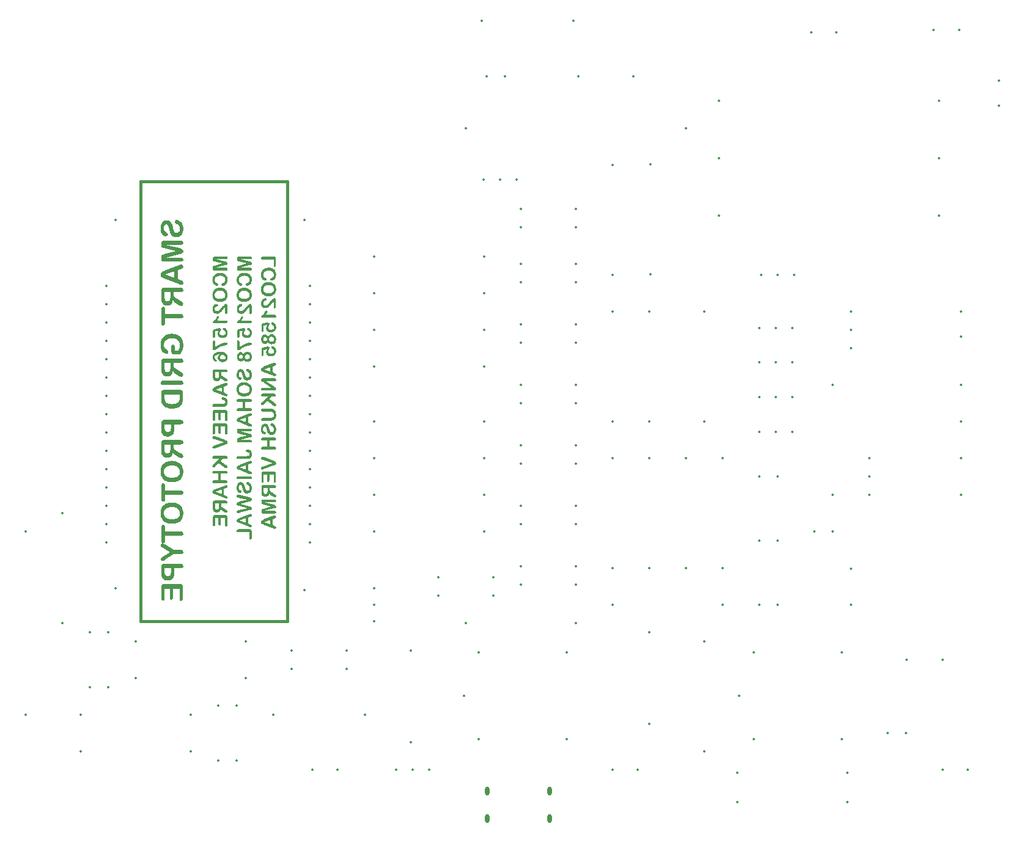
<source format=gbo>
%TF.GenerationSoftware,KiCad,Pcbnew,8.0.3*%
%TF.CreationDate,2024-06-29T13:07:43+05:30*%
%TF.ProjectId,new kicad,6e657720-6b69-4636-9164-2e6b69636164,rev?*%
%TF.SameCoordinates,Original*%
%TF.FileFunction,Legend,Bot*%
%TF.FilePolarity,Positive*%
%FSLAX46Y46*%
G04 Gerber Fmt 4.6, Leading zero omitted, Abs format (unit mm)*
G04 Created by KiCad (PCBNEW 8.0.3) date 2024-06-29 13:07:43*
%MOMM*%
%LPD*%
G01*
G04 APERTURE LIST*
%ADD10C,0.400000*%
%ADD11C,0.100000*%
%ADD12C,0.350000*%
%ADD13O,0.600000X1.200000*%
G04 APERTURE END LIST*
D10*
X94680000Y-63270000D02*
X115000000Y-63270000D01*
X115000000Y-124230000D01*
X94680000Y-124230000D01*
X94680000Y-63270000D01*
D11*
G36*
X99586503Y-70975366D02*
G01*
X99739840Y-70964180D01*
X99884134Y-70930621D01*
X100033857Y-70867094D01*
X100090621Y-70833949D01*
X100208679Y-70744382D01*
X100311435Y-70633949D01*
X100398890Y-70502650D01*
X100440865Y-70420690D01*
X100496003Y-70278449D01*
X100535387Y-70123569D01*
X100556925Y-69977680D01*
X100566402Y-69822114D01*
X100566894Y-69775889D01*
X100560686Y-69613764D01*
X100542061Y-69462613D01*
X100504640Y-69300140D01*
X100450319Y-69152603D01*
X100390307Y-69038032D01*
X100304898Y-68916859D01*
X100203461Y-68810714D01*
X100085995Y-68719595D01*
X100060579Y-68703175D01*
X99920323Y-68630170D01*
X99770280Y-68585090D01*
X99659776Y-68574947D01*
X99514224Y-68614693D01*
X99466336Y-68651884D01*
X99392111Y-68785109D01*
X99385736Y-68848988D01*
X99430075Y-68990816D01*
X99448018Y-69012386D01*
X99567912Y-69098394D01*
X99631933Y-69126692D01*
X99772639Y-69190677D01*
X99874466Y-69251256D01*
X99982829Y-69356700D01*
X100034933Y-69440300D01*
X100082194Y-69580983D01*
X100097702Y-69735337D01*
X100097948Y-69759769D01*
X100085497Y-69919724D01*
X100043040Y-70072699D01*
X99970453Y-70201605D01*
X99865971Y-70305194D01*
X99721675Y-70365621D01*
X99652449Y-70371598D01*
X99500723Y-70342618D01*
X99407718Y-70280006D01*
X99315523Y-70159810D01*
X99263370Y-70042602D01*
X99218651Y-69896864D01*
X99178534Y-69742029D01*
X99157857Y-69654256D01*
X99118198Y-69498185D01*
X99075425Y-69355303D01*
X99023583Y-69210326D01*
X98980537Y-69109106D01*
X98901857Y-68969134D01*
X98805861Y-68850462D01*
X98703565Y-68761060D01*
X98572622Y-68687639D01*
X98421591Y-68644694D01*
X98266859Y-68632100D01*
X98117051Y-68645338D01*
X97964823Y-68690479D01*
X97825757Y-68767655D01*
X97713658Y-68864641D01*
X97619162Y-68985241D01*
X97542268Y-69129454D01*
X97529002Y-69161130D01*
X97478705Y-69313397D01*
X97447816Y-69460813D01*
X97429933Y-69619586D01*
X97424954Y-69767829D01*
X97430402Y-69918126D01*
X97449236Y-70071255D01*
X97485490Y-70222836D01*
X97493831Y-70248499D01*
X97551327Y-70391381D01*
X97628033Y-70523845D01*
X97675547Y-70585554D01*
X97783911Y-70695324D01*
X97912951Y-70781193D01*
X98050638Y-70831554D01*
X98155484Y-70843475D01*
X98299720Y-70803351D01*
X98350390Y-70765806D01*
X98430013Y-70635526D01*
X98436852Y-70573831D01*
X98398705Y-70427892D01*
X98387027Y-70413363D01*
X98269121Y-70322827D01*
X98222163Y-70295394D01*
X98091504Y-70223153D01*
X97972600Y-70125973D01*
X97946657Y-70097557D01*
X97875130Y-69958797D01*
X97849439Y-69803275D01*
X97847006Y-69726796D01*
X97859387Y-69574491D01*
X97901135Y-69433223D01*
X97951786Y-69344312D01*
X98058829Y-69240177D01*
X98203112Y-69199232D01*
X98347934Y-69239551D01*
X98360648Y-69248325D01*
X98458891Y-69358487D01*
X98474221Y-69384612D01*
X98536117Y-69521051D01*
X98548960Y-69559734D01*
X98589325Y-69705574D01*
X98627362Y-69852093D01*
X98666130Y-70007125D01*
X98707332Y-70152569D01*
X98755464Y-70301482D01*
X98759986Y-70314445D01*
X98818821Y-70461208D01*
X98892560Y-70600434D01*
X98936573Y-70666887D01*
X99037492Y-70782132D01*
X99159449Y-70872692D01*
X99198157Y-70894033D01*
X99338602Y-70946693D01*
X99489281Y-70971474D01*
X99586503Y-70975366D01*
G37*
G36*
X100058381Y-72498709D02*
G01*
X98128374Y-72014375D01*
X100219581Y-72014375D01*
X100371622Y-71994958D01*
X100480432Y-71936706D01*
X100558451Y-71807021D01*
X100566894Y-71732274D01*
X100530289Y-71589311D01*
X100481898Y-71530041D01*
X100349708Y-71464579D01*
X100223244Y-71451639D01*
X97852135Y-71451639D01*
X97704854Y-71471274D01*
X97587620Y-71554221D01*
X97531927Y-71693403D01*
X97518743Y-71833391D01*
X97518743Y-72022435D01*
X97526437Y-72170263D01*
X97549518Y-72270830D01*
X97648994Y-72380396D01*
X97658695Y-72385136D01*
X97804198Y-72438600D01*
X97914417Y-72470132D01*
X99535212Y-72909036D01*
X97914417Y-73347941D01*
X97769914Y-73390177D01*
X97658695Y-73432205D01*
X97553465Y-73537048D01*
X97549518Y-73546510D01*
X97521749Y-73697289D01*
X97518743Y-73794905D01*
X97518743Y-73984682D01*
X97533877Y-74132920D01*
X97587620Y-74262386D01*
X97713746Y-74348650D01*
X97852135Y-74365701D01*
X100223244Y-74365701D01*
X100373820Y-74346284D01*
X100481165Y-74288032D01*
X100558522Y-74157308D01*
X100566894Y-74081402D01*
X100526027Y-73935251D01*
X100480432Y-73882100D01*
X100346407Y-73816637D01*
X100219581Y-73803698D01*
X98128374Y-73803698D01*
X100058381Y-73319364D01*
X100203939Y-73281057D01*
X100334619Y-73241695D01*
X100462614Y-73164594D01*
X100495087Y-73131786D01*
X100558409Y-72999491D01*
X100566894Y-72909036D01*
X100538272Y-72761561D01*
X100520000Y-72727320D01*
X100415269Y-72620265D01*
X100402030Y-72612281D01*
X100263304Y-72553377D01*
X100241563Y-72547069D01*
X100099704Y-72509538D01*
X100058381Y-72498709D01*
G37*
G36*
X100354291Y-74767834D02*
G01*
X100481898Y-74847836D01*
X100526720Y-74905825D01*
X100566894Y-75051535D01*
X100562086Y-75114870D01*
X100489958Y-75247173D01*
X100468480Y-75262572D01*
X100337687Y-75331723D01*
X100192470Y-75391521D01*
X99816580Y-75535868D01*
X99816580Y-76764654D01*
X100184410Y-76908269D01*
X100206224Y-76917696D01*
X100341946Y-76977878D01*
X100473838Y-77052616D01*
X100541981Y-77139078D01*
X100566894Y-77262909D01*
X100556504Y-77343714D01*
X100478967Y-77473935D01*
X100428059Y-77516439D01*
X100284794Y-77561863D01*
X100242547Y-77558591D01*
X100099064Y-77521787D01*
X99959462Y-77468806D01*
X97998681Y-76679658D01*
X97904857Y-76643710D01*
X97764207Y-76588066D01*
X97731398Y-76574010D01*
X97599344Y-76499406D01*
X97567051Y-76474748D01*
X97474047Y-76360921D01*
X97446097Y-76297464D01*
X97424954Y-76148429D01*
X97425206Y-76144033D01*
X98081479Y-76144033D01*
X99347634Y-76599057D01*
X99347634Y-75696336D01*
X98081479Y-76144033D01*
X97425206Y-76144033D01*
X97428837Y-76080726D01*
X97474047Y-75936671D01*
X97493264Y-75905931D01*
X97601542Y-75798918D01*
X97660292Y-75763427D01*
X97799378Y-75700000D01*
X97863482Y-75675077D01*
X98003077Y-75620865D01*
X99976315Y-74847836D01*
X100018750Y-74830929D01*
X100160963Y-74779692D01*
X100289190Y-74759176D01*
X100354291Y-74767834D01*
G37*
G36*
X100339179Y-78005204D02*
G01*
X100473105Y-78070376D01*
X100533830Y-78146627D01*
X100566894Y-78296789D01*
X100554014Y-78391689D01*
X100475303Y-78517341D01*
X100339445Y-78586068D01*
X100189539Y-78602337D01*
X99206950Y-78602337D01*
X99206950Y-78816294D01*
X99214206Y-78939269D01*
X99250914Y-79085938D01*
X99308552Y-79186112D01*
X99413579Y-79297697D01*
X99498358Y-79365445D01*
X99628051Y-79453922D01*
X99759427Y-79533635D01*
X100172686Y-79779099D01*
X100264621Y-79834299D01*
X100393970Y-79916120D01*
X100412254Y-79929057D01*
X100517801Y-80036287D01*
X100534485Y-80063824D01*
X100566894Y-80209944D01*
X100566860Y-80215328D01*
X100532456Y-80362351D01*
X100438667Y-80466399D01*
X100319232Y-80504501D01*
X100243551Y-80490172D01*
X100106008Y-80439288D01*
X100026049Y-80403796D01*
X99886348Y-80332253D01*
X99758695Y-80258304D01*
X99640399Y-80182340D01*
X99515233Y-80091508D01*
X99395261Y-79993056D01*
X99324566Y-79927314D01*
X99221972Y-79811515D01*
X99137341Y-79681646D01*
X99132099Y-79705680D01*
X99089118Y-79863134D01*
X99035127Y-80001725D01*
X98959942Y-80137016D01*
X98858171Y-80259769D01*
X98779620Y-80324762D01*
X98644406Y-80397038D01*
X98488326Y-80439059D01*
X98332072Y-80451011D01*
X98322059Y-80450956D01*
X98175818Y-80436723D01*
X98027990Y-80393859D01*
X97893168Y-80324249D01*
X97775931Y-80228262D01*
X97679577Y-80110842D01*
X97608869Y-79976936D01*
X97566086Y-79860587D01*
X97537062Y-79713154D01*
X97531784Y-79665909D01*
X97521767Y-79518207D01*
X97518743Y-79360711D01*
X97518743Y-79167271D01*
X97987690Y-79167271D01*
X97989758Y-79295158D01*
X97999891Y-79443306D01*
X98030921Y-79589323D01*
X98063893Y-79655440D01*
X98168674Y-79766643D01*
X98235436Y-79802937D01*
X98381165Y-79830390D01*
X98487743Y-79819159D01*
X98623698Y-79750523D01*
X98694860Y-79660717D01*
X98748262Y-79521179D01*
X98762537Y-79452096D01*
X98779746Y-79305940D01*
X98784898Y-79150418D01*
X98784898Y-78602337D01*
X97987690Y-78602337D01*
X97987690Y-79167271D01*
X97518743Y-79167271D01*
X97518743Y-78364933D01*
X97535573Y-78212723D01*
X97606671Y-78078436D01*
X97739901Y-78006746D01*
X97890969Y-77989776D01*
X100196866Y-77989776D01*
X100339179Y-78005204D01*
G37*
G36*
X98034584Y-82872679D02*
G01*
X98034584Y-82204431D01*
X100199064Y-82204431D01*
X100353141Y-82185916D01*
X100476769Y-82120167D01*
X100554220Y-81995374D01*
X100566894Y-81901814D01*
X100534605Y-81757796D01*
X100475303Y-81679797D01*
X100342819Y-81611069D01*
X100199064Y-81594801D01*
X98034584Y-81594801D01*
X98034584Y-80927285D01*
X98012328Y-80776383D01*
X97964242Y-80694277D01*
X97832489Y-80622836D01*
X97777397Y-80618073D01*
X97631449Y-80658955D01*
X97588353Y-80697208D01*
X97526969Y-80831997D01*
X97518743Y-80927285D01*
X97518743Y-82872679D01*
X97539009Y-83017886D01*
X97590551Y-83107885D01*
X97722305Y-83180700D01*
X97777397Y-83185554D01*
X97920727Y-83145052D01*
X97964242Y-83107152D01*
X98026272Y-82970800D01*
X98034584Y-82872679D01*
G37*
G36*
X99291214Y-87239741D02*
G01*
X99869337Y-87239741D01*
X100016615Y-87226964D01*
X100053984Y-87217027D01*
X100178548Y-87133496D01*
X100266138Y-87012418D01*
X100285526Y-86978157D01*
X100353853Y-86842419D01*
X100418897Y-86692779D01*
X100471422Y-86546385D01*
X100499483Y-86450593D01*
X100532069Y-86304392D01*
X100553991Y-86151004D01*
X100565248Y-85990429D01*
X100566894Y-85898115D01*
X100561740Y-85748790D01*
X100543227Y-85585346D01*
X100511250Y-85429596D01*
X100465810Y-85281539D01*
X100459183Y-85263572D01*
X100399237Y-85125590D01*
X100317236Y-84982951D01*
X100219818Y-84853642D01*
X100146308Y-84774842D01*
X100024006Y-84668505D01*
X99887910Y-84577006D01*
X99755354Y-84508129D01*
X99648785Y-84464166D01*
X99498347Y-84417042D01*
X99339391Y-84383382D01*
X99193316Y-84364975D01*
X99040721Y-84356875D01*
X98995924Y-84356454D01*
X98843679Y-84361468D01*
X98697254Y-84376510D01*
X98537039Y-84405979D01*
X98384425Y-84448546D01*
X98347459Y-84461235D01*
X98205768Y-84520128D01*
X98075251Y-84591294D01*
X97941775Y-84686026D01*
X97847739Y-84770446D01*
X97739984Y-84892394D01*
X97647532Y-85028252D01*
X97578197Y-85160693D01*
X97534131Y-85267236D01*
X97486366Y-85418361D01*
X97452248Y-85579378D01*
X97433590Y-85728383D01*
X97425381Y-85884961D01*
X97424954Y-85931088D01*
X97430129Y-86079099D01*
X97448322Y-86235102D01*
X97479614Y-86379976D01*
X97507752Y-86470376D01*
X97563337Y-86608722D01*
X97634397Y-86740901D01*
X97715847Y-86852128D01*
X97820069Y-86959224D01*
X97937718Y-87047781D01*
X97981095Y-87072679D01*
X98120901Y-87130424D01*
X98229490Y-87146685D01*
X98374413Y-87106164D01*
X98429525Y-87060956D01*
X98503576Y-86927808D01*
X98511591Y-86856524D01*
X98478618Y-86729762D01*
X98384829Y-86627913D01*
X98262005Y-86547679D01*
X98143251Y-86461297D01*
X98112254Y-86435938D01*
X98012952Y-86324074D01*
X97956915Y-86224912D01*
X97911685Y-86084316D01*
X97894885Y-85936160D01*
X97893900Y-85885659D01*
X97904307Y-85733125D01*
X97939070Y-85582067D01*
X97967906Y-85506838D01*
X98045424Y-85369915D01*
X98148466Y-85251505D01*
X98182595Y-85221074D01*
X98307422Y-85134294D01*
X98441322Y-85070289D01*
X98527711Y-85040090D01*
X98673452Y-85004214D01*
X98829583Y-84983229D01*
X98980537Y-84977076D01*
X99142560Y-84983033D01*
X99292490Y-85000904D01*
X99456444Y-85038075D01*
X99602984Y-85092403D01*
X99732110Y-85163887D01*
X99808520Y-85221074D01*
X99921295Y-85337330D01*
X100006371Y-85471959D01*
X100063748Y-85624961D01*
X100090882Y-85770728D01*
X100097948Y-85902512D01*
X100090117Y-86057724D01*
X100066624Y-86205724D01*
X100042260Y-86300383D01*
X99993900Y-86441239D01*
X99932351Y-86583537D01*
X99883991Y-86679204D01*
X99394528Y-86679204D01*
X99394528Y-86205129D01*
X99381523Y-86055102D01*
X99342505Y-85946475D01*
X99214903Y-85863453D01*
X99162986Y-85859281D01*
X99019509Y-85907652D01*
X98992993Y-85932554D01*
X98929795Y-86071726D01*
X98925582Y-86131123D01*
X98925582Y-86825750D01*
X98935680Y-86976362D01*
X98949030Y-87041905D01*
X99028048Y-87167002D01*
X99051612Y-87184787D01*
X99190834Y-87233248D01*
X99291214Y-87239741D01*
G37*
G36*
X100339179Y-87817904D02*
G01*
X100473105Y-87883077D01*
X100533830Y-87959327D01*
X100566894Y-88109490D01*
X100554014Y-88204390D01*
X100475303Y-88330041D01*
X100339445Y-88398769D01*
X100189539Y-88415038D01*
X99206950Y-88415038D01*
X99206950Y-88628995D01*
X99214206Y-88751970D01*
X99250914Y-88898639D01*
X99308552Y-88998813D01*
X99413579Y-89110397D01*
X99498358Y-89178146D01*
X99628051Y-89266623D01*
X99759427Y-89346336D01*
X100172686Y-89591800D01*
X100264621Y-89647000D01*
X100393970Y-89728820D01*
X100412254Y-89741757D01*
X100517801Y-89848988D01*
X100534485Y-89876525D01*
X100566894Y-90022644D01*
X100566860Y-90028028D01*
X100532456Y-90175052D01*
X100438667Y-90279099D01*
X100319232Y-90317201D01*
X100243551Y-90302872D01*
X100106008Y-90251988D01*
X100026049Y-90216497D01*
X99886348Y-90144953D01*
X99758695Y-90071004D01*
X99640399Y-89995041D01*
X99515233Y-89904208D01*
X99395261Y-89805757D01*
X99324566Y-89740015D01*
X99221972Y-89624215D01*
X99137341Y-89494347D01*
X99132099Y-89518380D01*
X99089118Y-89675835D01*
X99035127Y-89814426D01*
X98959942Y-89949717D01*
X98858171Y-90072470D01*
X98779620Y-90137462D01*
X98644406Y-90209738D01*
X98488326Y-90251759D01*
X98332072Y-90263712D01*
X98322059Y-90263656D01*
X98175818Y-90249424D01*
X98027990Y-90206559D01*
X97893168Y-90136950D01*
X97775931Y-90040963D01*
X97679577Y-89923543D01*
X97608869Y-89789637D01*
X97566086Y-89673287D01*
X97537062Y-89525854D01*
X97531784Y-89478610D01*
X97521767Y-89330908D01*
X97518743Y-89173412D01*
X97518743Y-88979972D01*
X97987690Y-88979972D01*
X97989758Y-89107858D01*
X97999891Y-89256007D01*
X98030921Y-89402023D01*
X98063893Y-89468141D01*
X98168674Y-89579344D01*
X98235436Y-89615637D01*
X98381165Y-89643091D01*
X98487743Y-89631860D01*
X98623698Y-89563224D01*
X98694860Y-89473418D01*
X98748262Y-89333879D01*
X98762537Y-89264797D01*
X98779746Y-89118640D01*
X98784898Y-88963119D01*
X98784898Y-88415038D01*
X97987690Y-88415038D01*
X97987690Y-88979972D01*
X97518743Y-88979972D01*
X97518743Y-88177634D01*
X97535573Y-88025424D01*
X97606671Y-87891137D01*
X97739901Y-87819447D01*
X97890969Y-87802477D01*
X100196866Y-87802477D01*
X100339179Y-87817904D01*
G37*
G36*
X100191737Y-90850628D02*
G01*
X97797913Y-90850628D01*
X97643879Y-90869143D01*
X97518743Y-90934891D01*
X97438143Y-91060028D01*
X97424954Y-91153244D01*
X97457502Y-91298839D01*
X97517278Y-91376727D01*
X97651513Y-91446047D01*
X97797913Y-91462456D01*
X100191737Y-91462456D01*
X100338417Y-91446047D01*
X100473838Y-91376727D01*
X100553808Y-91249587D01*
X100566894Y-91153244D01*
X100530258Y-91006413D01*
X100473105Y-90935624D01*
X100337556Y-90866896D01*
X100191737Y-90850628D01*
G37*
G36*
X100177538Y-92145665D02*
G01*
X100328757Y-92168806D01*
X100361412Y-92180484D01*
X100470174Y-92278715D01*
X100507543Y-92384228D01*
X100520000Y-92530774D01*
X100520000Y-93327983D01*
X100519373Y-93391975D01*
X100511885Y-93548643D01*
X100494354Y-93701674D01*
X100490914Y-93722291D01*
X100455987Y-93871624D01*
X100404961Y-94011618D01*
X100396830Y-94029573D01*
X100325442Y-94158577D01*
X100235701Y-94277599D01*
X100162245Y-94351421D01*
X100043131Y-94449103D01*
X99913300Y-94531123D01*
X99796350Y-94587938D01*
X99657787Y-94638864D01*
X99508834Y-94677669D01*
X99466244Y-94686180D01*
X99318325Y-94708506D01*
X99161246Y-94721529D01*
X99012044Y-94725296D01*
X98960935Y-94724835D01*
X98812536Y-94717923D01*
X98626171Y-94695804D01*
X98452949Y-94658938D01*
X98292871Y-94607327D01*
X98145936Y-94540969D01*
X98012144Y-94459865D01*
X97891496Y-94364015D01*
X97783991Y-94253419D01*
X97697409Y-94136225D01*
X97624318Y-93997891D01*
X97574431Y-93849685D01*
X97558388Y-93777912D01*
X97534460Y-93621377D01*
X97522224Y-93465690D01*
X97518743Y-93315526D01*
X97518743Y-93158722D01*
X97987690Y-93158722D01*
X97987930Y-93193478D01*
X97994963Y-93341875D01*
X98014197Y-93491398D01*
X98049239Y-93637194D01*
X98110358Y-93765761D01*
X98210093Y-93879435D01*
X98334270Y-93969853D01*
X98393679Y-94001452D01*
X98533721Y-94052010D01*
X98679475Y-94082424D01*
X98846897Y-94099935D01*
X99007648Y-94104675D01*
X99161486Y-94099878D01*
X99337202Y-94080390D01*
X99494492Y-94045911D01*
X99658918Y-93984748D01*
X99796811Y-93901998D01*
X99908171Y-93797662D01*
X99933161Y-93766657D01*
X100001228Y-93636461D01*
X100012742Y-93602046D01*
X100042993Y-93457676D01*
X100048503Y-93369399D01*
X100051053Y-93218806D01*
X100051053Y-92754989D01*
X97987690Y-92754989D01*
X97987690Y-93158722D01*
X97518743Y-93158722D01*
X97518743Y-92518318D01*
X97535573Y-92366108D01*
X97606671Y-92231821D01*
X97740133Y-92160131D01*
X97891702Y-92143161D01*
X100092086Y-92143161D01*
X100177538Y-92145665D01*
G37*
G36*
X100341792Y-96310929D02*
G01*
X100473838Y-96379064D01*
X100534088Y-96456831D01*
X100566894Y-96601814D01*
X100553705Y-96694344D01*
X100473105Y-96820167D01*
X100348067Y-96887631D01*
X100196866Y-96906629D01*
X99347634Y-96906629D01*
X99347634Y-97467166D01*
X99345560Y-97570232D01*
X99332888Y-97731132D01*
X99308695Y-97878436D01*
X99264456Y-98037255D01*
X99203628Y-98176496D01*
X99111695Y-98314200D01*
X99015439Y-98410818D01*
X98883475Y-98498273D01*
X98730333Y-98558520D01*
X98582213Y-98588504D01*
X98418534Y-98598499D01*
X98326962Y-98595133D01*
X98179443Y-98573701D01*
X98033119Y-98528157D01*
X97991090Y-98509736D01*
X97857152Y-98429213D01*
X97743691Y-98323726D01*
X97708242Y-98280360D01*
X97626497Y-98145801D01*
X97573698Y-98003524D01*
X97557866Y-97940988D01*
X97534253Y-97792410D01*
X97522178Y-97631893D01*
X97518743Y-97467899D01*
X97518743Y-97319155D01*
X97987690Y-97319155D01*
X97989705Y-97417387D01*
X98002928Y-97568354D01*
X98038065Y-97723301D01*
X98116650Y-97861374D01*
X98140081Y-97882326D01*
X98275975Y-97956171D01*
X98430990Y-97978611D01*
X98551808Y-97966034D01*
X98691842Y-97902407D01*
X98773029Y-97815671D01*
X98835457Y-97680390D01*
X98850148Y-97623486D01*
X98872608Y-97471276D01*
X98878688Y-97319155D01*
X98878688Y-96906629D01*
X97987690Y-96906629D01*
X97987690Y-97319155D01*
X97518743Y-97319155D01*
X97518743Y-96682414D01*
X97535153Y-96526357D01*
X97604473Y-96387124D01*
X97737317Y-96312472D01*
X97890969Y-96294801D01*
X100201263Y-96294801D01*
X100341792Y-96310929D01*
G37*
G36*
X100339179Y-99104855D02*
G01*
X100473105Y-99170027D01*
X100533830Y-99246278D01*
X100566894Y-99396441D01*
X100554014Y-99491340D01*
X100475303Y-99616992D01*
X100339445Y-99685719D01*
X100189539Y-99701988D01*
X99206950Y-99701988D01*
X99206950Y-99915945D01*
X99214206Y-100038920D01*
X99250914Y-100185589D01*
X99308552Y-100285763D01*
X99413579Y-100397348D01*
X99498358Y-100465096D01*
X99628051Y-100553573D01*
X99759427Y-100633286D01*
X100172686Y-100878750D01*
X100264621Y-100933950D01*
X100393970Y-101015771D01*
X100412254Y-101028708D01*
X100517801Y-101135938D01*
X100534485Y-101163476D01*
X100566894Y-101309595D01*
X100566860Y-101314979D01*
X100532456Y-101462002D01*
X100438667Y-101566050D01*
X100319232Y-101604152D01*
X100243551Y-101589823D01*
X100106008Y-101538939D01*
X100026049Y-101503447D01*
X99886348Y-101431904D01*
X99758695Y-101357955D01*
X99640399Y-101281991D01*
X99515233Y-101191159D01*
X99395261Y-101092707D01*
X99324566Y-101026965D01*
X99221972Y-100911166D01*
X99137341Y-100781297D01*
X99132099Y-100805331D01*
X99089118Y-100962785D01*
X99035127Y-101101376D01*
X98959942Y-101236668D01*
X98858171Y-101359420D01*
X98779620Y-101424413D01*
X98644406Y-101496689D01*
X98488326Y-101538710D01*
X98332072Y-101550662D01*
X98322059Y-101550607D01*
X98175818Y-101536374D01*
X98027990Y-101493510D01*
X97893168Y-101423900D01*
X97775931Y-101327913D01*
X97679577Y-101210493D01*
X97608869Y-101076587D01*
X97566086Y-100960238D01*
X97537062Y-100812805D01*
X97531784Y-100765560D01*
X97521767Y-100617858D01*
X97518743Y-100460362D01*
X97518743Y-100266922D01*
X97987690Y-100266922D01*
X97989758Y-100394809D01*
X97999891Y-100542957D01*
X98030921Y-100688974D01*
X98063893Y-100755091D01*
X98168674Y-100866294D01*
X98235436Y-100902588D01*
X98381165Y-100930041D01*
X98487743Y-100918810D01*
X98623698Y-100850174D01*
X98694860Y-100760368D01*
X98748262Y-100620830D01*
X98762537Y-100551747D01*
X98779746Y-100405591D01*
X98784898Y-100250069D01*
X98784898Y-99701988D01*
X97987690Y-99701988D01*
X97987690Y-100266922D01*
X97518743Y-100266922D01*
X97518743Y-99464584D01*
X97535573Y-99312374D01*
X97606671Y-99178087D01*
X97739901Y-99106397D01*
X97890969Y-99089427D01*
X100196866Y-99089427D01*
X100339179Y-99104855D01*
G37*
G36*
X99009159Y-101972808D02*
G01*
X99155659Y-101978713D01*
X99317592Y-101996711D01*
X99473663Y-102026707D01*
X99623872Y-102068702D01*
X99731343Y-102107891D01*
X99865341Y-102170081D01*
X100003389Y-102253621D01*
X100127990Y-102351535D01*
X100203003Y-102425148D01*
X100303158Y-102547837D01*
X100388475Y-102685247D01*
X100451856Y-102819748D01*
X100458933Y-102837360D01*
X100507465Y-102983401D01*
X100541617Y-103138603D01*
X100561389Y-103302963D01*
X100566894Y-103454291D01*
X100566785Y-103476515D01*
X100559933Y-103627673D01*
X100539050Y-103790980D01*
X100504246Y-103944212D01*
X100455519Y-104087369D01*
X100418071Y-104171564D01*
X100338492Y-104312388D01*
X100243264Y-104439417D01*
X100132386Y-104552651D01*
X100050298Y-104620469D01*
X99917118Y-104709637D01*
X99771884Y-104783736D01*
X99632665Y-104836950D01*
X99614560Y-104842810D01*
X99465232Y-104882996D01*
X99307936Y-104911275D01*
X99142671Y-104927647D01*
X98991528Y-104932205D01*
X98932474Y-104931526D01*
X98761085Y-104921351D01*
X98598350Y-104898966D01*
X98444271Y-104864370D01*
X98298847Y-104817564D01*
X98162079Y-104758548D01*
X98076144Y-104712752D01*
X97937989Y-104620268D01*
X97815401Y-104512076D01*
X97708381Y-104388177D01*
X97616929Y-104248569D01*
X97593682Y-104205919D01*
X97532940Y-104071752D01*
X97485696Y-103928261D01*
X97451951Y-103775444D01*
X97431703Y-103613302D01*
X97424954Y-103441835D01*
X97893900Y-103441835D01*
X97894026Y-103457897D01*
X97909052Y-103612142D01*
X97949123Y-103754795D01*
X98022128Y-103898325D01*
X98047102Y-103934751D01*
X98145792Y-104044546D01*
X98268237Y-104136452D01*
X98398750Y-104203872D01*
X98512056Y-104245842D01*
X98670409Y-104284656D01*
X98823138Y-104304852D01*
X98987131Y-104311584D01*
X99142482Y-104306009D01*
X99306373Y-104285985D01*
X99455701Y-104251398D01*
X99606287Y-104195080D01*
X99637190Y-104180202D01*
X99763575Y-104105459D01*
X99879667Y-104007457D01*
X99977780Y-103881472D01*
X100041150Y-103754947D01*
X100083748Y-103607010D01*
X100097948Y-103449895D01*
X100096860Y-103404557D01*
X100075923Y-103253089D01*
X100028339Y-103112840D01*
X100009837Y-103075093D01*
X99927772Y-102951453D01*
X99818778Y-102840997D01*
X99733906Y-102778459D01*
X99602890Y-102708237D01*
X99464870Y-102657083D01*
X99451494Y-102653116D01*
X99297740Y-102617790D01*
X99147444Y-102598899D01*
X98987131Y-102592602D01*
X98970833Y-102592665D01*
X98813440Y-102600222D01*
X98666207Y-102620372D01*
X98515987Y-102657083D01*
X98427595Y-102687857D01*
X98292870Y-102751055D01*
X98170872Y-102834403D01*
X98138002Y-102863277D01*
X98039006Y-102974795D01*
X97964975Y-103102581D01*
X97948317Y-103142023D01*
X97907505Y-103286740D01*
X97893900Y-103441835D01*
X97424954Y-103441835D01*
X97425061Y-103420291D01*
X97431778Y-103273490D01*
X97452248Y-103114305D01*
X97486366Y-102964279D01*
X97534131Y-102823412D01*
X97570381Y-102740465D01*
X97647532Y-102601258D01*
X97739984Y-102475034D01*
X97847739Y-102361793D01*
X97927740Y-102294018D01*
X98059239Y-102204045D01*
X98204532Y-102128098D01*
X98345261Y-102072365D01*
X98363590Y-102066234D01*
X98514292Y-102024194D01*
X98672229Y-101994610D01*
X98837402Y-101977483D01*
X98987864Y-101972714D01*
X99009159Y-101972808D01*
G37*
G36*
X98034584Y-107319434D02*
G01*
X98034584Y-106651186D01*
X100199064Y-106651186D01*
X100353141Y-106632671D01*
X100476769Y-106566922D01*
X100554220Y-106442129D01*
X100566894Y-106348569D01*
X100534605Y-106204551D01*
X100475303Y-106126552D01*
X100342819Y-106057825D01*
X100199064Y-106041556D01*
X98034584Y-106041556D01*
X98034584Y-105374040D01*
X98012328Y-105223138D01*
X97964242Y-105141032D01*
X97832489Y-105069591D01*
X97777397Y-105064829D01*
X97631449Y-105105710D01*
X97588353Y-105143963D01*
X97526969Y-105278752D01*
X97518743Y-105374040D01*
X97518743Y-107319434D01*
X97539009Y-107464641D01*
X97590551Y-107554640D01*
X97722305Y-107627455D01*
X97777397Y-107632309D01*
X97920727Y-107591807D01*
X97964242Y-107553907D01*
X98026272Y-107417555D01*
X98034584Y-107319434D01*
G37*
G36*
X99009159Y-107734985D02*
G01*
X99155659Y-107740891D01*
X99317592Y-107758888D01*
X99473663Y-107788884D01*
X99623872Y-107830879D01*
X99731343Y-107870068D01*
X99865341Y-107932259D01*
X100003389Y-108015798D01*
X100127990Y-108113712D01*
X100203003Y-108187325D01*
X100303158Y-108310014D01*
X100388475Y-108447424D01*
X100451856Y-108581926D01*
X100458933Y-108599537D01*
X100507465Y-108745579D01*
X100541617Y-108900780D01*
X100561389Y-109065140D01*
X100566894Y-109216468D01*
X100566785Y-109238692D01*
X100559933Y-109389850D01*
X100539050Y-109553157D01*
X100504246Y-109706389D01*
X100455519Y-109849546D01*
X100418071Y-109933742D01*
X100338492Y-110074565D01*
X100243264Y-110201594D01*
X100132386Y-110314829D01*
X100050298Y-110382646D01*
X99917118Y-110471814D01*
X99771884Y-110545913D01*
X99632665Y-110599127D01*
X99614560Y-110604988D01*
X99465232Y-110645173D01*
X99307936Y-110673452D01*
X99142671Y-110689824D01*
X98991528Y-110694382D01*
X98932474Y-110693704D01*
X98761085Y-110683528D01*
X98598350Y-110661143D01*
X98444271Y-110626547D01*
X98298847Y-110579741D01*
X98162079Y-110520725D01*
X98076144Y-110474930D01*
X97937989Y-110382446D01*
X97815401Y-110274254D01*
X97708381Y-110150354D01*
X97616929Y-110010746D01*
X97593682Y-109968096D01*
X97532940Y-109833930D01*
X97485696Y-109690438D01*
X97451951Y-109537621D01*
X97431703Y-109375479D01*
X97424954Y-109204012D01*
X97893900Y-109204012D01*
X97894026Y-109220074D01*
X97909052Y-109374319D01*
X97949123Y-109516972D01*
X98022128Y-109660502D01*
X98047102Y-109696929D01*
X98145792Y-109806724D01*
X98268237Y-109898629D01*
X98398750Y-109966050D01*
X98512056Y-110008019D01*
X98670409Y-110046833D01*
X98823138Y-110067029D01*
X98987131Y-110073761D01*
X99142482Y-110068186D01*
X99306373Y-110048162D01*
X99455701Y-110013575D01*
X99606287Y-109957257D01*
X99637190Y-109942379D01*
X99763575Y-109867637D01*
X99879667Y-109769634D01*
X99977780Y-109643649D01*
X100041150Y-109517125D01*
X100083748Y-109369187D01*
X100097948Y-109212072D01*
X100096860Y-109166734D01*
X100075923Y-109015266D01*
X100028339Y-108875017D01*
X100009837Y-108837270D01*
X99927772Y-108713631D01*
X99818778Y-108603175D01*
X99733906Y-108540636D01*
X99602890Y-108470414D01*
X99464870Y-108419260D01*
X99451494Y-108415293D01*
X99297740Y-108379967D01*
X99147444Y-108361077D01*
X98987131Y-108354780D01*
X98970833Y-108354843D01*
X98813440Y-108362399D01*
X98666207Y-108382549D01*
X98515987Y-108419260D01*
X98427595Y-108450034D01*
X98292870Y-108513232D01*
X98170872Y-108596580D01*
X98138002Y-108625454D01*
X98039006Y-108736972D01*
X97964975Y-108864759D01*
X97948317Y-108904200D01*
X97907505Y-109048917D01*
X97893900Y-109204012D01*
X97424954Y-109204012D01*
X97425061Y-109182468D01*
X97431778Y-109035668D01*
X97452248Y-108876482D01*
X97486366Y-108726456D01*
X97534131Y-108585589D01*
X97570381Y-108502642D01*
X97647532Y-108363435D01*
X97739984Y-108237211D01*
X97847739Y-108123970D01*
X97927740Y-108056196D01*
X98059239Y-107966222D01*
X98204532Y-107890276D01*
X98345261Y-107834542D01*
X98363590Y-107828412D01*
X98514292Y-107786371D01*
X98672229Y-107756787D01*
X98837402Y-107739660D01*
X98987864Y-107734891D01*
X99009159Y-107734985D01*
G37*
G36*
X98034584Y-113055233D02*
G01*
X98034584Y-112386985D01*
X100199064Y-112386985D01*
X100353141Y-112368470D01*
X100476769Y-112302721D01*
X100554220Y-112177928D01*
X100566894Y-112084368D01*
X100534605Y-111940350D01*
X100475303Y-111862351D01*
X100342819Y-111793624D01*
X100199064Y-111777355D01*
X98034584Y-111777355D01*
X98034584Y-111109839D01*
X98012328Y-110958937D01*
X97964242Y-110876831D01*
X97832489Y-110805390D01*
X97777397Y-110800628D01*
X97631449Y-110841509D01*
X97588353Y-110879762D01*
X97526969Y-111014551D01*
X97518743Y-111109839D01*
X97518743Y-113055233D01*
X97539009Y-113200440D01*
X97590551Y-113290439D01*
X97722305Y-113363254D01*
X97777397Y-113368108D01*
X97920727Y-113327606D01*
X97964242Y-113289706D01*
X98026272Y-113153354D01*
X98034584Y-113055233D01*
G37*
G36*
X100191737Y-114311130D02*
G01*
X99228199Y-114311130D01*
X98077815Y-113573272D01*
X97947158Y-113494994D01*
X97835282Y-113436252D01*
X97692400Y-113396109D01*
X97684340Y-113395952D01*
X97541870Y-113441702D01*
X97501891Y-113477285D01*
X97432467Y-113607127D01*
X97424954Y-113678053D01*
X97459587Y-113822251D01*
X97498227Y-113868562D01*
X97617438Y-113956049D01*
X97751390Y-114039717D01*
X97791318Y-114063468D01*
X98738004Y-114628401D01*
X97791318Y-115199197D01*
X97663285Y-115274274D01*
X97644040Y-115285659D01*
X97532665Y-115362595D01*
X97452798Y-115456385D01*
X97424954Y-115582414D01*
X97463943Y-115728773D01*
X97500425Y-115775122D01*
X97633107Y-115848377D01*
X97675547Y-115852058D01*
X97822361Y-115820164D01*
X97837480Y-115813224D01*
X97970091Y-115737955D01*
X98060963Y-115679134D01*
X99228199Y-114922958D01*
X100191737Y-114922958D01*
X100338417Y-114906409D01*
X100473838Y-114836496D01*
X100553808Y-114709814D01*
X100566894Y-114615945D01*
X100534346Y-114472798D01*
X100474570Y-114395394D01*
X100339640Y-114327259D01*
X100191737Y-114311130D01*
G37*
G36*
X100341792Y-116276317D02*
G01*
X100473838Y-116344452D01*
X100534088Y-116422218D01*
X100566894Y-116567201D01*
X100553705Y-116659731D01*
X100473105Y-116785554D01*
X100348067Y-116853018D01*
X100196866Y-116872016D01*
X99347634Y-116872016D01*
X99347634Y-117432554D01*
X99345560Y-117535619D01*
X99332888Y-117696519D01*
X99308695Y-117843823D01*
X99264456Y-118002642D01*
X99203628Y-118141883D01*
X99111695Y-118279588D01*
X99015439Y-118376205D01*
X98883475Y-118463660D01*
X98730333Y-118523907D01*
X98582213Y-118553892D01*
X98418534Y-118563886D01*
X98326962Y-118560520D01*
X98179443Y-118539088D01*
X98033119Y-118493545D01*
X97991090Y-118475123D01*
X97857152Y-118394600D01*
X97743691Y-118289113D01*
X97708242Y-118245747D01*
X97626497Y-118111188D01*
X97573698Y-117968911D01*
X97557866Y-117906375D01*
X97534253Y-117757797D01*
X97522178Y-117597280D01*
X97518743Y-117433286D01*
X97518743Y-117284542D01*
X97987690Y-117284542D01*
X97989705Y-117382774D01*
X98002928Y-117533742D01*
X98038065Y-117688688D01*
X98116650Y-117826762D01*
X98140081Y-117847713D01*
X98275975Y-117921558D01*
X98430990Y-117943998D01*
X98551808Y-117931422D01*
X98691842Y-117867794D01*
X98773029Y-117781058D01*
X98835457Y-117645778D01*
X98850148Y-117588874D01*
X98872608Y-117436664D01*
X98878688Y-117284542D01*
X98878688Y-116872016D01*
X97987690Y-116872016D01*
X97987690Y-117284542D01*
X97518743Y-117284542D01*
X97518743Y-116647801D01*
X97535153Y-116491744D01*
X97604473Y-116352512D01*
X97737317Y-116277859D01*
X97890969Y-116260188D01*
X100201263Y-116260188D01*
X100341792Y-116276317D01*
G37*
G36*
X97987690Y-121050034D02*
G01*
X97987690Y-119671039D01*
X98691109Y-119671039D01*
X98691109Y-120940858D01*
X98716010Y-121088033D01*
X98754856Y-121149685D01*
X98885534Y-121216847D01*
X98923384Y-121219295D01*
X99068015Y-121174309D01*
X99094110Y-121151151D01*
X99154839Y-121014963D01*
X99160055Y-120940858D01*
X99160055Y-119671039D01*
X100051053Y-119671039D01*
X100051053Y-121097662D01*
X100073785Y-121243406D01*
X100115533Y-121314549D01*
X100248853Y-121385246D01*
X100287725Y-121387822D01*
X100429974Y-121339451D01*
X100455519Y-121314549D01*
X100514899Y-121172881D01*
X100520000Y-121097662D01*
X100520000Y-119434368D01*
X100503170Y-119280795D01*
X100432072Y-119146406D01*
X100298610Y-119075901D01*
X100147041Y-119059211D01*
X97891702Y-119059211D01*
X97740384Y-119075936D01*
X97677745Y-119098046D01*
X97566909Y-119200948D01*
X97556845Y-119221144D01*
X97521757Y-119365067D01*
X97518743Y-119434368D01*
X97518743Y-121050034D01*
X97541475Y-121197451D01*
X97583224Y-121267655D01*
X97714608Y-121336231D01*
X97752484Y-121338729D01*
X97893001Y-121295349D01*
X97923210Y-121267655D01*
X97982589Y-121126496D01*
X97987690Y-121050034D01*
G37*
G36*
X106362254Y-74329790D02*
G01*
X105075582Y-74006901D01*
X106469720Y-74006901D01*
X106571081Y-73993956D01*
X106643621Y-73955122D01*
X106695634Y-73868665D01*
X106701263Y-73818834D01*
X106676859Y-73723525D01*
X106644598Y-73684012D01*
X106556472Y-73640370D01*
X106472163Y-73631744D01*
X104891423Y-73631744D01*
X104793236Y-73644834D01*
X104715080Y-73700132D01*
X104677951Y-73792920D01*
X104669162Y-73886245D01*
X104669162Y-74012274D01*
X104674291Y-74110826D01*
X104689678Y-74177871D01*
X104755996Y-74250915D01*
X104762463Y-74254075D01*
X104859465Y-74289718D01*
X104932944Y-74310739D01*
X106013475Y-74603342D01*
X104932944Y-74895945D01*
X104836609Y-74924102D01*
X104762463Y-74952121D01*
X104692310Y-75022016D01*
X104689678Y-75028325D01*
X104671166Y-75128844D01*
X104669162Y-75193921D01*
X104669162Y-75320439D01*
X104679251Y-75419264D01*
X104715080Y-75505575D01*
X104799164Y-75563084D01*
X104891423Y-75574452D01*
X106472163Y-75574452D01*
X106572547Y-75561507D01*
X106644110Y-75522672D01*
X106695681Y-75435523D01*
X106701263Y-75384919D01*
X106674018Y-75287485D01*
X106643621Y-75252051D01*
X106554271Y-75208409D01*
X106469720Y-75199783D01*
X105075582Y-75199783D01*
X106362254Y-74876894D01*
X106459292Y-74851355D01*
X106546413Y-74825115D01*
X106631743Y-74773714D01*
X106653391Y-74751842D01*
X106695606Y-74663645D01*
X106701263Y-74603342D01*
X106682181Y-74505025D01*
X106670000Y-74482198D01*
X106600179Y-74410828D01*
X106591353Y-74405505D01*
X106498869Y-74366236D01*
X106484375Y-74362030D01*
X106389802Y-74337010D01*
X106362254Y-74329790D01*
G37*
G36*
X106033991Y-77696922D02*
G01*
X106133642Y-77685076D01*
X106227248Y-77655277D01*
X106241109Y-77649539D01*
X106330956Y-77602091D01*
X106412747Y-77542408D01*
X106459951Y-77500551D01*
X106529043Y-77424002D01*
X106583540Y-77342791D01*
X106630118Y-77250513D01*
X106634340Y-77240676D01*
X106666690Y-77147752D01*
X106688453Y-77046480D01*
X106699629Y-76936863D01*
X106701263Y-76872358D01*
X106697799Y-76766282D01*
X106687409Y-76667017D01*
X106671953Y-76582686D01*
X106645735Y-76488233D01*
X106606945Y-76393505D01*
X106581584Y-76345771D01*
X106524809Y-76262069D01*
X106455297Y-76184011D01*
X106418918Y-76149888D01*
X106337337Y-76088983D01*
X106248179Y-76035657D01*
X106204473Y-76013600D01*
X106112882Y-75975384D01*
X106016894Y-75944999D01*
X105950460Y-75929092D01*
X105846710Y-75912125D01*
X105747624Y-75903451D01*
X105663719Y-75901249D01*
X105558486Y-75904615D01*
X105458208Y-75914713D01*
X105349672Y-75934496D01*
X105247609Y-75963073D01*
X105223105Y-75971591D01*
X105129193Y-76010822D01*
X105042365Y-76057686D01*
X104953150Y-76119532D01*
X104889958Y-76174312D01*
X104817177Y-76252094D01*
X104754907Y-76337064D01*
X104703146Y-76429220D01*
X104678932Y-76483524D01*
X104643984Y-76585121D01*
X104620474Y-76690428D01*
X104608401Y-76799444D01*
X104606636Y-76861612D01*
X104611311Y-76965920D01*
X104625336Y-77065133D01*
X104652813Y-77172279D01*
X104692503Y-77272770D01*
X104704333Y-77296852D01*
X104755838Y-77386764D01*
X104820714Y-77474558D01*
X104892932Y-77548211D01*
X104945157Y-77589455D01*
X105033342Y-77643294D01*
X105126709Y-77679485D01*
X105216266Y-77691549D01*
X105312437Y-77663522D01*
X105340341Y-77641723D01*
X105390259Y-77556177D01*
X105393586Y-77522533D01*
X105372154Y-77426820D01*
X105355484Y-77404808D01*
X105272450Y-77344089D01*
X105224570Y-77317857D01*
X105136290Y-77265068D01*
X105056703Y-77200719D01*
X104995471Y-77129790D01*
X104949034Y-77042046D01*
X104924030Y-76940013D01*
X104919267Y-76864054D01*
X104928640Y-76759068D01*
X104956760Y-76663805D01*
X105011852Y-76566841D01*
X105080143Y-76492416D01*
X105115150Y-76463496D01*
X105208535Y-76405443D01*
X105301157Y-76367032D01*
X105405387Y-76339096D01*
X105521227Y-76321637D01*
X105626628Y-76315090D01*
X105671046Y-76314508D01*
X105772336Y-76317663D01*
X105878650Y-76328998D01*
X105974890Y-76348575D01*
X106071116Y-76380453D01*
X106163079Y-76427012D01*
X106246056Y-76490568D01*
X106309986Y-76567055D01*
X106354762Y-76655190D01*
X106380951Y-76753023D01*
X106388632Y-76850376D01*
X106379902Y-76954991D01*
X106350133Y-77057834D01*
X106299239Y-77147864D01*
X106227911Y-77224445D01*
X106145937Y-77281842D01*
X106047648Y-77327599D01*
X106036922Y-77331535D01*
X105942895Y-77370985D01*
X105904054Y-77396015D01*
X105854752Y-77484636D01*
X105852274Y-77519602D01*
X105879276Y-77613630D01*
X105904542Y-77644654D01*
X105992350Y-77692788D01*
X106033991Y-77696922D01*
G37*
G36*
X105662773Y-77958813D02*
G01*
X105760439Y-77962750D01*
X105868394Y-77974748D01*
X105972442Y-77994746D01*
X106072581Y-78022742D01*
X106144229Y-78048868D01*
X106233560Y-78090329D01*
X106325592Y-78146022D01*
X106408660Y-78211297D01*
X106458668Y-78260373D01*
X106525438Y-78342165D01*
X106582316Y-78433772D01*
X106624570Y-78523440D01*
X106629289Y-78535181D01*
X106661643Y-78632542D01*
X106684411Y-78736009D01*
X106697593Y-78845583D01*
X106701263Y-78946468D01*
X106701190Y-78961284D01*
X106696622Y-79062056D01*
X106682700Y-79170928D01*
X106659497Y-79273082D01*
X106627013Y-79368520D01*
X106602047Y-79424651D01*
X106548994Y-79518533D01*
X106485509Y-79603219D01*
X106411591Y-79678709D01*
X106356865Y-79723920D01*
X106268079Y-79783366D01*
X106171256Y-79832765D01*
X106078443Y-79868241D01*
X106066373Y-79872148D01*
X105966821Y-79898938D01*
X105861957Y-79917791D01*
X105751780Y-79928705D01*
X105651018Y-79931744D01*
X105611649Y-79931292D01*
X105497390Y-79924508D01*
X105388900Y-79909585D01*
X105286181Y-79886521D01*
X105189231Y-79855317D01*
X105098053Y-79815973D01*
X105040762Y-79785443D01*
X104948659Y-79723787D01*
X104866934Y-79651659D01*
X104795587Y-79569059D01*
X104734619Y-79475987D01*
X104719121Y-79447554D01*
X104678627Y-79358109D01*
X104647131Y-79262448D01*
X104624634Y-79160570D01*
X104611135Y-79052476D01*
X104606636Y-78938164D01*
X104919267Y-78938164D01*
X104919350Y-78948872D01*
X104929368Y-79051702D01*
X104956082Y-79146804D01*
X105004752Y-79242491D01*
X105021401Y-79266775D01*
X105087194Y-79339972D01*
X105168825Y-79401242D01*
X105255833Y-79446189D01*
X105331371Y-79474169D01*
X105436939Y-79500045D01*
X105538758Y-79513509D01*
X105648087Y-79517997D01*
X105751655Y-79514280D01*
X105860915Y-79500931D01*
X105960467Y-79477873D01*
X106060858Y-79440327D01*
X106081460Y-79430409D01*
X106165717Y-79380581D01*
X106243111Y-79315246D01*
X106308520Y-79231256D01*
X106350766Y-79146906D01*
X106379165Y-79048281D01*
X106388632Y-78943538D01*
X106387907Y-78913312D01*
X106373949Y-78812333D01*
X106342226Y-78718834D01*
X106329891Y-78693669D01*
X106275181Y-78611243D01*
X106202519Y-78537606D01*
X106145937Y-78495913D01*
X106058593Y-78449099D01*
X105966580Y-78414996D01*
X105957662Y-78412351D01*
X105855160Y-78388801D01*
X105754963Y-78376207D01*
X105648087Y-78372009D01*
X105637222Y-78372051D01*
X105532293Y-78377089D01*
X105434138Y-78390522D01*
X105333991Y-78414996D01*
X105275063Y-78435512D01*
X105185247Y-78477644D01*
X105103914Y-78533210D01*
X105082001Y-78552459D01*
X105016004Y-78626804D01*
X104966650Y-78711995D01*
X104955544Y-78738290D01*
X104928336Y-78834767D01*
X104919267Y-78938164D01*
X104606636Y-78938164D01*
X104606707Y-78923802D01*
X104611185Y-78825935D01*
X104624832Y-78719811D01*
X104647577Y-78619794D01*
X104679420Y-78525882D01*
X104703587Y-78470584D01*
X104755021Y-78377780D01*
X104816656Y-78293630D01*
X104888492Y-78218136D01*
X104941827Y-78172953D01*
X105029492Y-78112971D01*
X105126354Y-78062340D01*
X105220174Y-78025184D01*
X105232393Y-78021097D01*
X105332861Y-77993070D01*
X105438153Y-77973348D01*
X105548268Y-77961929D01*
X105648576Y-77958750D01*
X105662773Y-77958813D01*
G37*
G36*
X106357369Y-80677662D02*
G01*
X106357369Y-81394759D01*
X106369363Y-81494467D01*
X106399867Y-81558401D01*
X106484756Y-81611889D01*
X106515150Y-81614577D01*
X106610526Y-81582583D01*
X106625059Y-81569637D01*
X106667191Y-81477130D01*
X106670000Y-81434815D01*
X106670000Y-80423649D01*
X106654283Y-80326958D01*
X106614312Y-80262937D01*
X106528507Y-80210925D01*
X106483398Y-80205296D01*
X106384174Y-80229804D01*
X106355415Y-80242421D01*
X106268823Y-80291499D01*
X106229874Y-80323510D01*
X106148717Y-80401732D01*
X106072795Y-80476541D01*
X106002110Y-80547938D01*
X105927738Y-80625355D01*
X105901612Y-80653237D01*
X105832094Y-80729298D01*
X105767278Y-80804210D01*
X105721849Y-80863286D01*
X105661330Y-80942558D01*
X105595613Y-81016344D01*
X105560160Y-81050865D01*
X105483173Y-81113097D01*
X105393586Y-81164682D01*
X105298498Y-81196676D01*
X105226036Y-81204249D01*
X105127178Y-81189439D01*
X105067278Y-81162240D01*
X104991753Y-81097897D01*
X104958346Y-81047934D01*
X104924762Y-80952832D01*
X104919267Y-80890642D01*
X104934866Y-80785779D01*
X104981663Y-80695896D01*
X105059659Y-80620992D01*
X105079002Y-80607808D01*
X105170631Y-80569661D01*
X105192819Y-80561891D01*
X105283786Y-80522993D01*
X105335945Y-80489106D01*
X105383386Y-80402500D01*
X105385771Y-80369916D01*
X105355780Y-80273942D01*
X105340341Y-80256099D01*
X105248321Y-80212843D01*
X105215289Y-80210669D01*
X105117470Y-80221294D01*
X105021993Y-80250553D01*
X105015498Y-80253168D01*
X104928197Y-80298395D01*
X104848375Y-80359703D01*
X104826943Y-80380174D01*
X104763365Y-80456334D01*
X104710752Y-80547490D01*
X104690167Y-80594619D01*
X104660409Y-80689204D01*
X104643003Y-80794293D01*
X104637899Y-80898946D01*
X104642051Y-81000123D01*
X104656648Y-81104752D01*
X104681756Y-81199643D01*
X104704333Y-81257494D01*
X104753306Y-81342559D01*
X104816876Y-81417321D01*
X104826454Y-81426510D01*
X104904636Y-81487662D01*
X104993551Y-81534645D01*
X105006217Y-81539839D01*
X105103540Y-81568941D01*
X105204083Y-81580225D01*
X105217732Y-81580383D01*
X105322193Y-81572131D01*
X105420644Y-81547372D01*
X105513084Y-81506109D01*
X105530851Y-81495875D01*
X105612863Y-81442724D01*
X105695661Y-81378061D01*
X105751646Y-81323440D01*
X105817181Y-81248963D01*
X105886858Y-81167163D01*
X105951042Y-81090557D01*
X106002240Y-81028883D01*
X106073179Y-80944677D01*
X106145322Y-80863611D01*
X106215097Y-80791754D01*
X106266999Y-80745073D01*
X106347610Y-80684148D01*
X106357369Y-80677662D01*
G37*
G36*
X106479002Y-82507041D02*
G01*
X105231898Y-82507041D01*
X105297843Y-82423296D01*
X105367910Y-82328661D01*
X105424239Y-82245189D01*
X105473698Y-82159758D01*
X105510792Y-82061750D01*
X105513265Y-82037117D01*
X105477362Y-81945969D01*
X105466371Y-81934535D01*
X105376327Y-81891168D01*
X105357438Y-81890083D01*
X105263389Y-81921382D01*
X105251926Y-81934047D01*
X105199272Y-82020781D01*
X105164975Y-82089385D01*
X105119255Y-82177553D01*
X105066915Y-82263191D01*
X105007467Y-82342406D01*
X104996448Y-82355122D01*
X104926884Y-82426631D01*
X104851550Y-82491684D01*
X104798122Y-82531465D01*
X104718461Y-82588713D01*
X104663300Y-82632093D01*
X104637899Y-82720020D01*
X104669773Y-82812985D01*
X104694563Y-82836769D01*
X104786807Y-82875537D01*
X104849902Y-82880732D01*
X106424780Y-82880732D01*
X106532511Y-82871733D01*
X106632142Y-82833715D01*
X106694513Y-82746845D01*
X106701263Y-82692665D01*
X106677070Y-82596695D01*
X106645087Y-82557843D01*
X106553877Y-82514185D01*
X106479002Y-82507041D01*
G37*
G36*
X104981793Y-84677871D02*
G01*
X104981793Y-84025254D01*
X105434131Y-83947096D01*
X105386687Y-84042687D01*
X105352798Y-84134553D01*
X105330876Y-84233450D01*
X105325687Y-84307110D01*
X105333910Y-84411450D01*
X105358580Y-84510147D01*
X105375512Y-84553796D01*
X105422284Y-84642390D01*
X105481632Y-84721633D01*
X105513265Y-84755052D01*
X105589711Y-84819175D01*
X105676960Y-84871044D01*
X105720872Y-84890851D01*
X105821410Y-84922795D01*
X105919367Y-84937827D01*
X105978792Y-84940188D01*
X106076703Y-84934601D01*
X106181525Y-84914959D01*
X106280705Y-84881175D01*
X106343691Y-84850795D01*
X106430683Y-84794488D01*
X106507009Y-84725584D01*
X106572672Y-84644084D01*
X106604542Y-84593363D01*
X106651297Y-84494745D01*
X106680011Y-84400208D01*
X106696634Y-84299198D01*
X106701263Y-84205505D01*
X106696868Y-84102236D01*
X106681084Y-83995089D01*
X106653820Y-83899545D01*
X106609427Y-83805924D01*
X106549407Y-83719046D01*
X106477323Y-83643536D01*
X106398890Y-83589036D01*
X106307046Y-83547921D01*
X106207731Y-83526091D01*
X106190795Y-83525533D01*
X106096848Y-83562041D01*
X106087725Y-83569986D01*
X106040593Y-83657377D01*
X106038876Y-83681849D01*
X106067319Y-83777046D01*
X106145191Y-83842656D01*
X106168325Y-83853796D01*
X106256460Y-83904617D01*
X106331901Y-83973593D01*
X106353949Y-84001807D01*
X106401283Y-84094457D01*
X106419637Y-84196552D01*
X106419895Y-84210879D01*
X106406584Y-84310286D01*
X106366650Y-84396503D01*
X106298391Y-84470763D01*
X106219616Y-84519113D01*
X106126107Y-84550319D01*
X106028761Y-84562206D01*
X106006636Y-84562588D01*
X105908777Y-84554849D01*
X105811089Y-84526685D01*
X105787794Y-84515694D01*
X105703973Y-84457288D01*
X105651995Y-84390642D01*
X105615657Y-84296995D01*
X105607055Y-84216252D01*
X105614260Y-84114891D01*
X105635875Y-84047236D01*
X105692426Y-83961203D01*
X105736992Y-83900690D01*
X105790847Y-83813862D01*
X105808799Y-83743886D01*
X105778686Y-83647799D01*
X105759462Y-83624207D01*
X105674323Y-83574441D01*
X105647599Y-83571939D01*
X105553321Y-83587083D01*
X104887515Y-83702365D01*
X104788841Y-83730087D01*
X104721430Y-83774173D01*
X104676512Y-83865077D01*
X104669162Y-83944166D01*
X104669162Y-84669567D01*
X104681681Y-84773229D01*
X104737323Y-84858672D01*
X104827431Y-84884012D01*
X104922413Y-84849507D01*
X104939295Y-84831744D01*
X104977643Y-84736556D01*
X104981793Y-84677871D01*
G37*
G36*
X104669162Y-85477034D02*
G01*
X104669162Y-86391479D01*
X104677110Y-86492952D01*
X104710683Y-86582477D01*
X104797427Y-86636908D01*
X104846482Y-86641584D01*
X104943727Y-86608798D01*
X104999378Y-86572219D01*
X105079762Y-86512635D01*
X105159973Y-86451910D01*
X105209427Y-86413949D01*
X105294928Y-86352471D01*
X105384077Y-86295379D01*
X105473610Y-86243017D01*
X105494703Y-86231256D01*
X105584676Y-86185338D01*
X105684113Y-86141374D01*
X105778885Y-86104509D01*
X105880902Y-86069139D01*
X105911381Y-86059309D01*
X106005348Y-86032461D01*
X106092121Y-86012414D01*
X106191967Y-85995139D01*
X106277745Y-85982128D01*
X106378251Y-85966863D01*
X106452135Y-85953307D01*
X106551935Y-85925940D01*
X106639868Y-85878231D01*
X106647041Y-85871730D01*
X106695967Y-85782566D01*
X106701263Y-85731046D01*
X106676018Y-85635076D01*
X106642644Y-85596224D01*
X106552823Y-85553806D01*
X106468743Y-85545422D01*
X106364085Y-85554703D01*
X106264915Y-85573845D01*
X106227920Y-85582547D01*
X106126798Y-85610282D01*
X106025754Y-85642992D01*
X105927958Y-85678232D01*
X105863021Y-85703203D01*
X105769519Y-85741948D01*
X105674941Y-85784667D01*
X105579288Y-85831360D01*
X105482559Y-85882026D01*
X105426803Y-85912763D01*
X105329040Y-85970145D01*
X105245429Y-86022901D01*
X105161989Y-86078955D01*
X105078722Y-86138306D01*
X104995626Y-86200954D01*
X104981793Y-86211716D01*
X104981793Y-85477034D01*
X104971657Y-85375917D01*
X104941249Y-85304110D01*
X104854603Y-85250987D01*
X104814242Y-85247445D01*
X104718907Y-85275844D01*
X104696029Y-85307529D01*
X104672337Y-85407857D01*
X104669162Y-85477034D01*
G37*
G36*
X105831176Y-86833247D02*
G01*
X105940438Y-86842573D01*
X106042797Y-86858114D01*
X106153490Y-86884104D01*
X106254787Y-86918555D01*
X106268481Y-86924188D01*
X106358437Y-86967923D01*
X106448593Y-87027121D01*
X106525255Y-87096150D01*
X106588422Y-87175010D01*
X106595365Y-87185544D01*
X106642969Y-87274280D01*
X106676469Y-87370955D01*
X106695863Y-87475567D01*
X106701263Y-87573614D01*
X106699104Y-87635188D01*
X106684339Y-87740911D01*
X106655587Y-87840066D01*
X106612847Y-87932651D01*
X106583371Y-87980546D01*
X106521778Y-88058101D01*
X106449213Y-88124527D01*
X106365673Y-88179825D01*
X106315343Y-88205437D01*
X106220362Y-88240600D01*
X106119739Y-88261697D01*
X106013475Y-88268729D01*
X105955478Y-88266556D01*
X105858667Y-88252714D01*
X105757508Y-88223300D01*
X105712680Y-88204942D01*
X105623447Y-88156093D01*
X105545017Y-88094829D01*
X105523073Y-88073633D01*
X105456488Y-87992596D01*
X105405799Y-87900900D01*
X105389198Y-87858796D01*
X105365012Y-87762742D01*
X105356950Y-87660076D01*
X105358976Y-87609896D01*
X105364500Y-87578988D01*
X105638318Y-87578988D01*
X105645896Y-87649120D01*
X105684235Y-87742630D01*
X105731933Y-87801521D01*
X105816615Y-87859378D01*
X105827556Y-87864525D01*
X105924704Y-87893742D01*
X106023733Y-87901877D01*
X106128185Y-87893004D01*
X106227655Y-87862747D01*
X106310963Y-87811018D01*
X106353408Y-87769167D01*
X106404576Y-87679165D01*
X106419895Y-87581919D01*
X106410467Y-87503939D01*
X106368564Y-87412107D01*
X106300704Y-87340118D01*
X106293197Y-87334198D01*
X106202931Y-87281477D01*
X106108649Y-87253284D01*
X106002728Y-87243886D01*
X105904647Y-87254298D01*
X105808799Y-87291270D01*
X105743710Y-87338527D01*
X105682281Y-87416322D01*
X105653817Y-87480637D01*
X105638318Y-87578988D01*
X105364500Y-87578988D01*
X105377271Y-87507534D01*
X105414591Y-87413879D01*
X105451960Y-87353369D01*
X105517173Y-87276776D01*
X105592400Y-87210669D01*
X105569327Y-87211879D01*
X105460618Y-87220332D01*
X105362999Y-87232792D01*
X105260497Y-87253034D01*
X105161098Y-87283942D01*
X105074117Y-87328883D01*
X105021088Y-87372758D01*
X104961277Y-87450516D01*
X104939123Y-87495749D01*
X104919267Y-87595596D01*
X104927248Y-87665710D01*
X104967627Y-87754842D01*
X105007927Y-87801279D01*
X105094633Y-87855471D01*
X105112625Y-87863430D01*
X105187934Y-87928255D01*
X105195719Y-87940719D01*
X105221151Y-88035233D01*
X105220030Y-88055269D01*
X105175233Y-88143677D01*
X105166446Y-88151272D01*
X105072651Y-88186175D01*
X105060897Y-88185910D01*
X104964665Y-88164692D01*
X104877257Y-88118276D01*
X104822693Y-88074827D01*
X104757995Y-88000547D01*
X104706775Y-87916043D01*
X104702538Y-87907636D01*
X104664804Y-87809751D01*
X104644625Y-87712150D01*
X104637899Y-87606343D01*
X104638504Y-87572436D01*
X104647585Y-87474887D01*
X104670454Y-87373841D01*
X104706775Y-87280523D01*
X104715643Y-87262857D01*
X104767706Y-87179452D01*
X104832650Y-87104252D01*
X104910474Y-87037257D01*
X104963505Y-87001336D01*
X105052326Y-86953573D01*
X105152274Y-86913151D01*
X105250460Y-86883384D01*
X105289322Y-86873869D01*
X105397697Y-86853070D01*
X105498185Y-86840330D01*
X105603956Y-86832687D01*
X105715010Y-86830139D01*
X105831176Y-86833247D01*
G37*
G36*
X106549452Y-89290668D02*
G01*
X106638736Y-89334117D01*
X106679220Y-89384950D01*
X106701263Y-89485059D01*
X106692676Y-89548325D01*
X106640202Y-89632093D01*
X106549630Y-89677911D01*
X106449692Y-89688757D01*
X105794633Y-89688757D01*
X105794633Y-89831395D01*
X105799470Y-89913379D01*
X105823942Y-90011158D01*
X105862368Y-90077941D01*
X105932386Y-90152330D01*
X105988905Y-90197496D01*
X106075367Y-90256481D01*
X106162951Y-90309623D01*
X106438457Y-90473265D01*
X106499747Y-90510065D01*
X106585980Y-90564612D01*
X106598169Y-90573237D01*
X106668534Y-90644724D01*
X106679657Y-90663082D01*
X106701263Y-90760495D01*
X106701240Y-90764084D01*
X106678304Y-90862100D01*
X106615778Y-90931465D01*
X106536154Y-90956866D01*
X106485701Y-90947314D01*
X106394005Y-90913391D01*
X106340699Y-90889730D01*
X106247565Y-90842034D01*
X106162463Y-90792735D01*
X106083599Y-90742093D01*
X106000155Y-90681538D01*
X105920174Y-90615903D01*
X105873044Y-90572075D01*
X105804648Y-90494876D01*
X105748227Y-90408297D01*
X105744733Y-90424319D01*
X105716079Y-90529289D01*
X105680085Y-90621682D01*
X105629961Y-90711877D01*
X105562114Y-90793712D01*
X105509747Y-90837040D01*
X105419604Y-90885224D01*
X105315551Y-90913238D01*
X105211381Y-90921207D01*
X105204706Y-90921170D01*
X105107212Y-90911681D01*
X105008660Y-90883105D01*
X104918778Y-90836699D01*
X104840621Y-90772707D01*
X104776385Y-90694427D01*
X104729246Y-90605157D01*
X104700724Y-90527590D01*
X104681374Y-90429302D01*
X104677856Y-90397805D01*
X104671178Y-90299337D01*
X104669162Y-90194340D01*
X104669162Y-90065380D01*
X104981793Y-90065380D01*
X104983172Y-90150638D01*
X104989927Y-90249403D01*
X105010614Y-90346748D01*
X105032595Y-90390826D01*
X105102449Y-90464961D01*
X105146957Y-90489157D01*
X105244110Y-90507459D01*
X105315162Y-90499972D01*
X105405799Y-90454214D01*
X105453240Y-90394344D01*
X105488841Y-90301318D01*
X105498358Y-90255263D01*
X105509831Y-90157826D01*
X105513265Y-90054145D01*
X105513265Y-89688757D01*
X104981793Y-89688757D01*
X104981793Y-90065380D01*
X104669162Y-90065380D01*
X104669162Y-89530488D01*
X104680382Y-89429015D01*
X104727780Y-89339490D01*
X104816601Y-89291697D01*
X104917313Y-89280383D01*
X106454577Y-89280383D01*
X106549452Y-89290668D01*
G37*
G36*
X106559527Y-91157544D02*
G01*
X106644598Y-91210879D01*
X106674480Y-91249538D01*
X106701263Y-91346678D01*
X106698057Y-91388901D01*
X106649972Y-91477103D01*
X106635653Y-91487369D01*
X106548458Y-91533470D01*
X106451646Y-91573335D01*
X106201053Y-91669567D01*
X106201053Y-92488757D01*
X106446273Y-92584501D01*
X106460816Y-92590786D01*
X106551297Y-92630907D01*
X106639225Y-92680732D01*
X106684654Y-92738374D01*
X106701263Y-92820928D01*
X106694336Y-92874797D01*
X106642644Y-92961612D01*
X106608706Y-92989947D01*
X106513196Y-93020230D01*
X106485031Y-93018049D01*
X106389376Y-92993512D01*
X106296308Y-92958192D01*
X104989120Y-92432093D01*
X104926571Y-92408128D01*
X104832805Y-92371032D01*
X104810932Y-92361661D01*
X104722896Y-92311926D01*
X104701367Y-92295486D01*
X104639364Y-92219602D01*
X104620731Y-92177297D01*
X104606636Y-92077941D01*
X104606804Y-92075010D01*
X105044319Y-92075010D01*
X105888422Y-92378360D01*
X105888422Y-91776545D01*
X105044319Y-92075010D01*
X104606804Y-92075010D01*
X104609225Y-92032805D01*
X104639364Y-91936769D01*
X104652176Y-91916275D01*
X104724361Y-91844933D01*
X104763528Y-91821273D01*
X104856252Y-91778988D01*
X104898988Y-91762372D01*
X104992051Y-91726231D01*
X106307543Y-91210879D01*
X106335833Y-91199607D01*
X106430642Y-91165450D01*
X106516127Y-91151772D01*
X106559527Y-91157544D01*
G37*
G36*
X104855275Y-94478848D02*
G01*
X105916266Y-94478848D01*
X106014108Y-94477199D01*
X106113498Y-94471109D01*
X106151228Y-94467124D01*
X106248681Y-94448073D01*
X106341374Y-94416904D01*
X106347599Y-94414368D01*
X106435737Y-94368592D01*
X106519981Y-94301235D01*
X106583484Y-94225767D01*
X106607962Y-94187711D01*
X106653063Y-94093511D01*
X106683404Y-93988414D01*
X106697982Y-93885847D01*
X106701263Y-93803272D01*
X106697385Y-93704965D01*
X106683754Y-93604587D01*
X106657097Y-93505744D01*
X106639225Y-93461332D01*
X106587176Y-93373811D01*
X106517002Y-93298642D01*
X106437480Y-93241025D01*
X106347163Y-93199001D01*
X106256252Y-93169706D01*
X106155624Y-93149190D01*
X106059881Y-93142351D01*
X105959238Y-93161122D01*
X105909427Y-93195596D01*
X105862264Y-93283795D01*
X105857159Y-93333349D01*
X105882142Y-93429221D01*
X105905519Y-93455471D01*
X105996971Y-93502886D01*
X106055484Y-93518485D01*
X106153914Y-93541933D01*
X106230362Y-93565380D01*
X106314418Y-93615236D01*
X106342226Y-93643538D01*
X106383148Y-93735972D01*
X106388632Y-93800341D01*
X106369371Y-93905789D01*
X106311588Y-93985336D01*
X106215284Y-94038985D01*
X106102078Y-94064356D01*
X105986120Y-94070963D01*
X104857229Y-94070963D01*
X104759442Y-94081341D01*
X104669162Y-94125184D01*
X104615429Y-94208227D01*
X104606636Y-94272707D01*
X104628679Y-94371465D01*
X104669162Y-94423161D01*
X104758584Y-94468189D01*
X104855275Y-94478848D01*
G37*
G36*
X104981793Y-96239839D02*
G01*
X104981793Y-95320509D01*
X105450739Y-95320509D01*
X105450739Y-96167055D01*
X105467340Y-96265172D01*
X105493237Y-96306273D01*
X105580356Y-96351048D01*
X105605589Y-96352679D01*
X105702010Y-96322689D01*
X105719406Y-96307250D01*
X105759892Y-96216458D01*
X105763370Y-96167055D01*
X105763370Y-95320509D01*
X106357369Y-95320509D01*
X106357369Y-96271591D01*
X106372523Y-96368753D01*
X106400355Y-96416182D01*
X106489235Y-96463314D01*
X106515150Y-96465031D01*
X106609983Y-96432783D01*
X106627013Y-96416182D01*
X106666599Y-96321737D01*
X106670000Y-96271591D01*
X106670000Y-95162728D01*
X106658780Y-95060346D01*
X106611381Y-94970753D01*
X106522406Y-94923750D01*
X106421360Y-94912623D01*
X104917801Y-94912623D01*
X104816922Y-94923773D01*
X104775163Y-94938513D01*
X104701272Y-95007115D01*
X104694563Y-95020579D01*
X104671171Y-95116528D01*
X104669162Y-95162728D01*
X104669162Y-96239839D01*
X104684317Y-96338117D01*
X104712149Y-96384919D01*
X104799739Y-96430637D01*
X104824989Y-96432302D01*
X104918667Y-96403382D01*
X104938806Y-96384919D01*
X104978393Y-96290814D01*
X104981793Y-96239839D01*
G37*
G36*
X104981793Y-98105854D02*
G01*
X104981793Y-97186524D01*
X105450739Y-97186524D01*
X105450739Y-98033070D01*
X105467340Y-98131187D01*
X105493237Y-98172288D01*
X105580356Y-98217063D01*
X105605589Y-98218695D01*
X105702010Y-98188704D01*
X105719406Y-98173265D01*
X105759892Y-98082473D01*
X105763370Y-98033070D01*
X105763370Y-97186524D01*
X106357369Y-97186524D01*
X106357369Y-98137606D01*
X106372523Y-98234769D01*
X106400355Y-98282198D01*
X106489235Y-98329329D01*
X106515150Y-98331046D01*
X106609983Y-98298799D01*
X106627013Y-98282198D01*
X106666599Y-98187752D01*
X106670000Y-98137606D01*
X106670000Y-97028743D01*
X106658780Y-96926362D01*
X106611381Y-96836769D01*
X106522406Y-96789765D01*
X106421360Y-96778639D01*
X104917801Y-96778639D01*
X104816922Y-96789788D01*
X104775163Y-96804528D01*
X104701272Y-96873130D01*
X104694563Y-96886594D01*
X104671171Y-96982543D01*
X104669162Y-97028743D01*
X104669162Y-98105854D01*
X104684317Y-98204132D01*
X104712149Y-98250935D01*
X104799739Y-98296652D01*
X104824989Y-98298318D01*
X104918667Y-98269397D01*
X104938806Y-98250935D01*
X104978393Y-98156829D01*
X104981793Y-98105854D01*
G37*
G36*
X104875792Y-98943119D02*
G01*
X106232316Y-99398876D01*
X104866022Y-99856587D01*
X104770312Y-99889374D01*
X104716545Y-99909832D01*
X104640341Y-99968939D01*
X104607163Y-100064415D01*
X104606636Y-100081779D01*
X104633014Y-100178499D01*
X104702868Y-100248841D01*
X104790307Y-100274242D01*
X104856252Y-100265938D01*
X104925129Y-100245422D01*
X104994982Y-100220509D01*
X106318778Y-99733000D01*
X106414999Y-99698589D01*
X106462882Y-99680732D01*
X106552609Y-99638973D01*
X106583049Y-99620160D01*
X106654937Y-99549438D01*
X106668046Y-99528813D01*
X106698635Y-99433984D01*
X106701263Y-99389595D01*
X106687378Y-99292182D01*
X106669023Y-99249888D01*
X106605362Y-99174468D01*
X106583049Y-99158053D01*
X106495213Y-99110242D01*
X106462393Y-99096503D01*
X106369909Y-99062523D01*
X106318778Y-99044724D01*
X105005729Y-98565031D01*
X104935387Y-98539630D01*
X104860648Y-98517648D01*
X104793237Y-98508855D01*
X104698430Y-98537876D01*
X104664766Y-98565031D01*
X104613505Y-98651604D01*
X104606636Y-98706692D01*
X104627038Y-98804820D01*
X104671116Y-98854214D01*
X104760752Y-98900958D01*
X104858506Y-98937448D01*
X104875792Y-98943119D01*
G37*
G36*
X104858206Y-101681570D02*
G01*
X105575792Y-101681570D01*
X104726803Y-102482686D01*
X104657412Y-102553862D01*
X104635945Y-102580872D01*
X104606894Y-102676424D01*
X104606636Y-102688827D01*
X104626862Y-102785570D01*
X104658415Y-102830976D01*
X104744709Y-102880909D01*
X104784933Y-102885198D01*
X104880019Y-102859142D01*
X104957703Y-102798555D01*
X104963230Y-102792875D01*
X105435596Y-102297062D01*
X106259183Y-102868590D01*
X106344083Y-102924262D01*
X106409148Y-102958960D01*
X106503487Y-102987353D01*
X106534200Y-102989246D01*
X106628797Y-102957046D01*
X106651437Y-102936489D01*
X106696397Y-102845940D01*
X106701263Y-102792875D01*
X106685905Y-102694781D01*
X106665603Y-102654145D01*
X106595109Y-102580788D01*
X106570348Y-102563775D01*
X106487001Y-102512759D01*
X106461905Y-102497829D01*
X105732107Y-102015205D01*
X106047180Y-101681570D01*
X106456531Y-101681570D01*
X106559142Y-101668904D01*
X106641179Y-101623928D01*
X106692813Y-101538901D01*
X106701263Y-101475429D01*
X106675132Y-101378285D01*
X106673419Y-101375289D01*
X106604955Y-101304421D01*
X106599169Y-101301039D01*
X106509288Y-101277592D01*
X106406797Y-101273928D01*
X106361277Y-101273684D01*
X104855275Y-101273684D01*
X104752586Y-101285598D01*
X104669162Y-101327906D01*
X104615429Y-101410949D01*
X104606636Y-101475429D01*
X104628507Y-101572492D01*
X104668674Y-101624417D01*
X104759177Y-101670630D01*
X104858206Y-101681570D01*
G37*
G36*
X104859672Y-103752749D02*
G01*
X105450739Y-103752749D01*
X105450739Y-104633489D01*
X104859672Y-104633489D01*
X104761123Y-104644148D01*
X104670139Y-104689176D01*
X104615566Y-104772333D01*
X104606636Y-104835233D01*
X104628334Y-104932296D01*
X104668185Y-104984221D01*
X104757675Y-105030435D01*
X104855275Y-105041374D01*
X106451158Y-105041374D01*
X106548945Y-105030341D01*
X106639225Y-104983733D01*
X106692539Y-104898706D01*
X106701263Y-104835233D01*
X106679047Y-104739095D01*
X106638248Y-104688199D01*
X106547178Y-104643961D01*
X106449204Y-104633489D01*
X105763370Y-104633489D01*
X105763370Y-103752749D01*
X106449204Y-103752749D01*
X106547993Y-103741716D01*
X106638736Y-103695108D01*
X106692470Y-103610081D01*
X106701263Y-103546608D01*
X106679220Y-103450469D01*
X106638736Y-103399574D01*
X106548370Y-103355335D01*
X106451158Y-103344863D01*
X104855275Y-103344863D01*
X104752586Y-103356777D01*
X104669162Y-103399085D01*
X104615429Y-103482128D01*
X104606636Y-103546608D01*
X104628679Y-103643671D01*
X104669162Y-103695596D01*
X104760215Y-103741810D01*
X104859672Y-103752749D01*
G37*
G36*
X106559527Y-105329491D02*
G01*
X106644598Y-105382826D01*
X106674480Y-105421485D01*
X106701263Y-105518625D01*
X106698057Y-105560848D01*
X106649972Y-105649050D01*
X106635653Y-105659316D01*
X106548458Y-105705417D01*
X106451646Y-105745282D01*
X106201053Y-105841514D01*
X106201053Y-106660704D01*
X106446273Y-106756448D01*
X106460816Y-106762732D01*
X106551297Y-106802854D01*
X106639225Y-106852679D01*
X106684654Y-106910321D01*
X106701263Y-106992875D01*
X106694336Y-107046744D01*
X106642644Y-107133558D01*
X106608706Y-107161894D01*
X106513196Y-107192177D01*
X106485031Y-107189996D01*
X106389376Y-107165459D01*
X106296308Y-107130139D01*
X104989120Y-106604040D01*
X104926571Y-106580075D01*
X104832805Y-106542979D01*
X104810932Y-106533608D01*
X104722896Y-106483872D01*
X104701367Y-106467433D01*
X104639364Y-106391549D01*
X104620731Y-106349244D01*
X104606636Y-106249888D01*
X104606804Y-106246957D01*
X105044319Y-106246957D01*
X105888422Y-106550307D01*
X105888422Y-105948492D01*
X105044319Y-106246957D01*
X104606804Y-106246957D01*
X104609225Y-106204752D01*
X104639364Y-106108715D01*
X104652176Y-106088222D01*
X104724361Y-106016880D01*
X104763528Y-105993220D01*
X104856252Y-105950935D01*
X104898988Y-105934319D01*
X104992051Y-105898178D01*
X106307543Y-105382826D01*
X106335833Y-105371554D01*
X106430642Y-105337397D01*
X106516127Y-105323719D01*
X106559527Y-105329491D01*
G37*
G36*
X106549452Y-107487737D02*
G01*
X106638736Y-107531186D01*
X106679220Y-107582019D01*
X106701263Y-107682128D01*
X106692676Y-107745394D01*
X106640202Y-107829162D01*
X106549630Y-107874981D01*
X106449692Y-107885826D01*
X105794633Y-107885826D01*
X105794633Y-108028464D01*
X105799470Y-108110448D01*
X105823942Y-108208227D01*
X105862368Y-108275010D01*
X105932386Y-108349399D01*
X105988905Y-108394565D01*
X106075367Y-108453550D01*
X106162951Y-108506692D01*
X106438457Y-108670334D01*
X106499747Y-108707135D01*
X106585980Y-108761681D01*
X106598169Y-108770306D01*
X106668534Y-108841793D01*
X106679657Y-108860151D01*
X106701263Y-108957564D01*
X106701240Y-108961153D01*
X106678304Y-109059169D01*
X106615778Y-109128534D01*
X106536154Y-109153935D01*
X106485701Y-109144383D01*
X106394005Y-109110460D01*
X106340699Y-109086799D01*
X106247565Y-109039103D01*
X106162463Y-108989804D01*
X106083599Y-108939162D01*
X106000155Y-108878607D01*
X105920174Y-108812972D01*
X105873044Y-108769145D01*
X105804648Y-108691945D01*
X105748227Y-108605366D01*
X105744733Y-108621388D01*
X105716079Y-108726358D01*
X105680085Y-108818752D01*
X105629961Y-108908946D01*
X105562114Y-108990781D01*
X105509747Y-109034109D01*
X105419604Y-109082293D01*
X105315551Y-109110307D01*
X105211381Y-109118276D01*
X105204706Y-109118239D01*
X105107212Y-109108750D01*
X105008660Y-109080174D01*
X104918778Y-109033768D01*
X104840621Y-108969776D01*
X104776385Y-108891496D01*
X104729246Y-108802226D01*
X104700724Y-108724659D01*
X104681374Y-108626371D01*
X104677856Y-108594874D01*
X104671178Y-108496406D01*
X104669162Y-108391409D01*
X104669162Y-108262449D01*
X104981793Y-108262449D01*
X104983172Y-108347707D01*
X104989927Y-108446473D01*
X105010614Y-108543817D01*
X105032595Y-108587895D01*
X105102449Y-108662030D01*
X105146957Y-108686226D01*
X105244110Y-108704528D01*
X105315162Y-108697041D01*
X105405799Y-108651284D01*
X105453240Y-108591413D01*
X105488841Y-108498387D01*
X105498358Y-108452332D01*
X105509831Y-108354895D01*
X105513265Y-108251214D01*
X105513265Y-107885826D01*
X104981793Y-107885826D01*
X104981793Y-108262449D01*
X104669162Y-108262449D01*
X104669162Y-107727557D01*
X104680382Y-107626084D01*
X104727780Y-107536559D01*
X104816601Y-107488766D01*
X104917313Y-107477452D01*
X106454577Y-107477452D01*
X106549452Y-107487737D01*
G37*
G36*
X104981793Y-110820160D02*
G01*
X104981793Y-109900830D01*
X105450739Y-109900830D01*
X105450739Y-110747376D01*
X105467340Y-110845493D01*
X105493237Y-110886594D01*
X105580356Y-110931369D01*
X105605589Y-110933000D01*
X105702010Y-110903010D01*
X105719406Y-110887571D01*
X105759892Y-110796779D01*
X105763370Y-110747376D01*
X105763370Y-109900830D01*
X106357369Y-109900830D01*
X106357369Y-110851912D01*
X106372523Y-110949074D01*
X106400355Y-110996503D01*
X106489235Y-111043635D01*
X106515150Y-111045352D01*
X106609983Y-111013104D01*
X106627013Y-110996503D01*
X106666599Y-110902058D01*
X106670000Y-110851912D01*
X106670000Y-109743049D01*
X106658780Y-109640667D01*
X106611381Y-109551074D01*
X106522406Y-109504071D01*
X106421360Y-109492944D01*
X104917801Y-109492944D01*
X104816922Y-109504094D01*
X104775163Y-109518834D01*
X104701272Y-109587436D01*
X104694563Y-109600900D01*
X104671171Y-109696849D01*
X104669162Y-109743049D01*
X104669162Y-110820160D01*
X104684317Y-110918438D01*
X104712149Y-110965240D01*
X104799739Y-111010958D01*
X104824989Y-111012623D01*
X104918667Y-110983703D01*
X104938806Y-110965240D01*
X104978393Y-110871135D01*
X104981793Y-110820160D01*
G37*
G36*
X109722254Y-74329790D02*
G01*
X108435582Y-74006901D01*
X109829720Y-74006901D01*
X109931081Y-73993956D01*
X110003621Y-73955122D01*
X110055634Y-73868665D01*
X110061263Y-73818834D01*
X110036859Y-73723525D01*
X110004598Y-73684012D01*
X109916472Y-73640370D01*
X109832163Y-73631744D01*
X108251423Y-73631744D01*
X108153236Y-73644834D01*
X108075080Y-73700132D01*
X108037951Y-73792920D01*
X108029162Y-73886245D01*
X108029162Y-74012274D01*
X108034291Y-74110826D01*
X108049678Y-74177871D01*
X108115996Y-74250915D01*
X108122463Y-74254075D01*
X108219465Y-74289718D01*
X108292944Y-74310739D01*
X109373475Y-74603342D01*
X108292944Y-74895945D01*
X108196609Y-74924102D01*
X108122463Y-74952121D01*
X108052310Y-75022016D01*
X108049678Y-75028325D01*
X108031166Y-75128844D01*
X108029162Y-75193921D01*
X108029162Y-75320439D01*
X108039251Y-75419264D01*
X108075080Y-75505575D01*
X108159164Y-75563084D01*
X108251423Y-75574452D01*
X109832163Y-75574452D01*
X109932547Y-75561507D01*
X110004110Y-75522672D01*
X110055681Y-75435523D01*
X110061263Y-75384919D01*
X110034018Y-75287485D01*
X110003621Y-75252051D01*
X109914271Y-75208409D01*
X109829720Y-75199783D01*
X108435582Y-75199783D01*
X109722254Y-74876894D01*
X109819292Y-74851355D01*
X109906413Y-74825115D01*
X109991743Y-74773714D01*
X110013391Y-74751842D01*
X110055606Y-74663645D01*
X110061263Y-74603342D01*
X110042181Y-74505025D01*
X110030000Y-74482198D01*
X109960179Y-74410828D01*
X109951353Y-74405505D01*
X109858869Y-74366236D01*
X109844375Y-74362030D01*
X109749802Y-74337010D01*
X109722254Y-74329790D01*
G37*
G36*
X109393991Y-77696922D02*
G01*
X109493642Y-77685076D01*
X109587248Y-77655277D01*
X109601109Y-77649539D01*
X109690956Y-77602091D01*
X109772747Y-77542408D01*
X109819951Y-77500551D01*
X109889043Y-77424002D01*
X109943540Y-77342791D01*
X109990118Y-77250513D01*
X109994340Y-77240676D01*
X110026690Y-77147752D01*
X110048453Y-77046480D01*
X110059629Y-76936863D01*
X110061263Y-76872358D01*
X110057799Y-76766282D01*
X110047409Y-76667017D01*
X110031953Y-76582686D01*
X110005735Y-76488233D01*
X109966945Y-76393505D01*
X109941584Y-76345771D01*
X109884809Y-76262069D01*
X109815297Y-76184011D01*
X109778918Y-76149888D01*
X109697337Y-76088983D01*
X109608179Y-76035657D01*
X109564473Y-76013600D01*
X109472882Y-75975384D01*
X109376894Y-75944999D01*
X109310460Y-75929092D01*
X109206710Y-75912125D01*
X109107624Y-75903451D01*
X109023719Y-75901249D01*
X108918486Y-75904615D01*
X108818208Y-75914713D01*
X108709672Y-75934496D01*
X108607609Y-75963073D01*
X108583105Y-75971591D01*
X108489193Y-76010822D01*
X108402365Y-76057686D01*
X108313150Y-76119532D01*
X108249958Y-76174312D01*
X108177177Y-76252094D01*
X108114907Y-76337064D01*
X108063146Y-76429220D01*
X108038932Y-76483524D01*
X108003984Y-76585121D01*
X107980474Y-76690428D01*
X107968401Y-76799444D01*
X107966636Y-76861612D01*
X107971311Y-76965920D01*
X107985336Y-77065133D01*
X108012813Y-77172279D01*
X108052503Y-77272770D01*
X108064333Y-77296852D01*
X108115838Y-77386764D01*
X108180714Y-77474558D01*
X108252932Y-77548211D01*
X108305157Y-77589455D01*
X108393342Y-77643294D01*
X108486709Y-77679485D01*
X108576266Y-77691549D01*
X108672437Y-77663522D01*
X108700341Y-77641723D01*
X108750259Y-77556177D01*
X108753586Y-77522533D01*
X108732154Y-77426820D01*
X108715484Y-77404808D01*
X108632450Y-77344089D01*
X108584570Y-77317857D01*
X108496290Y-77265068D01*
X108416703Y-77200719D01*
X108355471Y-77129790D01*
X108309034Y-77042046D01*
X108284030Y-76940013D01*
X108279267Y-76864054D01*
X108288640Y-76759068D01*
X108316760Y-76663805D01*
X108371852Y-76566841D01*
X108440143Y-76492416D01*
X108475150Y-76463496D01*
X108568535Y-76405443D01*
X108661157Y-76367032D01*
X108765387Y-76339096D01*
X108881227Y-76321637D01*
X108986628Y-76315090D01*
X109031046Y-76314508D01*
X109132336Y-76317663D01*
X109238650Y-76328998D01*
X109334890Y-76348575D01*
X109431116Y-76380453D01*
X109523079Y-76427012D01*
X109606056Y-76490568D01*
X109669986Y-76567055D01*
X109714762Y-76655190D01*
X109740951Y-76753023D01*
X109748632Y-76850376D01*
X109739902Y-76954991D01*
X109710133Y-77057834D01*
X109659239Y-77147864D01*
X109587911Y-77224445D01*
X109505937Y-77281842D01*
X109407648Y-77327599D01*
X109396922Y-77331535D01*
X109302895Y-77370985D01*
X109264054Y-77396015D01*
X109214752Y-77484636D01*
X109212274Y-77519602D01*
X109239276Y-77613630D01*
X109264542Y-77644654D01*
X109352350Y-77692788D01*
X109393991Y-77696922D01*
G37*
G36*
X109022773Y-77958813D02*
G01*
X109120439Y-77962750D01*
X109228394Y-77974748D01*
X109332442Y-77994746D01*
X109432581Y-78022742D01*
X109504229Y-78048868D01*
X109593560Y-78090329D01*
X109685592Y-78146022D01*
X109768660Y-78211297D01*
X109818668Y-78260373D01*
X109885438Y-78342165D01*
X109942316Y-78433772D01*
X109984570Y-78523440D01*
X109989289Y-78535181D01*
X110021643Y-78632542D01*
X110044411Y-78736009D01*
X110057593Y-78845583D01*
X110061263Y-78946468D01*
X110061190Y-78961284D01*
X110056622Y-79062056D01*
X110042700Y-79170928D01*
X110019497Y-79273082D01*
X109987013Y-79368520D01*
X109962047Y-79424651D01*
X109908994Y-79518533D01*
X109845509Y-79603219D01*
X109771591Y-79678709D01*
X109716865Y-79723920D01*
X109628079Y-79783366D01*
X109531256Y-79832765D01*
X109438443Y-79868241D01*
X109426373Y-79872148D01*
X109326821Y-79898938D01*
X109221957Y-79917791D01*
X109111780Y-79928705D01*
X109011018Y-79931744D01*
X108971649Y-79931292D01*
X108857390Y-79924508D01*
X108748900Y-79909585D01*
X108646181Y-79886521D01*
X108549231Y-79855317D01*
X108458053Y-79815973D01*
X108400762Y-79785443D01*
X108308659Y-79723787D01*
X108226934Y-79651659D01*
X108155587Y-79569059D01*
X108094619Y-79475987D01*
X108079121Y-79447554D01*
X108038627Y-79358109D01*
X108007131Y-79262448D01*
X107984634Y-79160570D01*
X107971135Y-79052476D01*
X107966636Y-78938164D01*
X108279267Y-78938164D01*
X108279350Y-78948872D01*
X108289368Y-79051702D01*
X108316082Y-79146804D01*
X108364752Y-79242491D01*
X108381401Y-79266775D01*
X108447194Y-79339972D01*
X108528825Y-79401242D01*
X108615833Y-79446189D01*
X108691371Y-79474169D01*
X108796939Y-79500045D01*
X108898758Y-79513509D01*
X109008087Y-79517997D01*
X109111655Y-79514280D01*
X109220915Y-79500931D01*
X109320467Y-79477873D01*
X109420858Y-79440327D01*
X109441460Y-79430409D01*
X109525717Y-79380581D01*
X109603111Y-79315246D01*
X109668520Y-79231256D01*
X109710766Y-79146906D01*
X109739165Y-79048281D01*
X109748632Y-78943538D01*
X109747907Y-78913312D01*
X109733949Y-78812333D01*
X109702226Y-78718834D01*
X109689891Y-78693669D01*
X109635181Y-78611243D01*
X109562519Y-78537606D01*
X109505937Y-78495913D01*
X109418593Y-78449099D01*
X109326580Y-78414996D01*
X109317662Y-78412351D01*
X109215160Y-78388801D01*
X109114963Y-78376207D01*
X109008087Y-78372009D01*
X108997222Y-78372051D01*
X108892293Y-78377089D01*
X108794138Y-78390522D01*
X108693991Y-78414996D01*
X108635063Y-78435512D01*
X108545247Y-78477644D01*
X108463914Y-78533210D01*
X108442001Y-78552459D01*
X108376004Y-78626804D01*
X108326650Y-78711995D01*
X108315544Y-78738290D01*
X108288336Y-78834767D01*
X108279267Y-78938164D01*
X107966636Y-78938164D01*
X107966707Y-78923802D01*
X107971185Y-78825935D01*
X107984832Y-78719811D01*
X108007577Y-78619794D01*
X108039420Y-78525882D01*
X108063587Y-78470584D01*
X108115021Y-78377780D01*
X108176656Y-78293630D01*
X108248492Y-78218136D01*
X108301827Y-78172953D01*
X108389492Y-78112971D01*
X108486354Y-78062340D01*
X108580174Y-78025184D01*
X108592393Y-78021097D01*
X108692861Y-77993070D01*
X108798153Y-77973348D01*
X108908268Y-77961929D01*
X109008576Y-77958750D01*
X109022773Y-77958813D01*
G37*
G36*
X109717369Y-80677662D02*
G01*
X109717369Y-81394759D01*
X109729363Y-81494467D01*
X109759867Y-81558401D01*
X109844756Y-81611889D01*
X109875150Y-81614577D01*
X109970526Y-81582583D01*
X109985059Y-81569637D01*
X110027191Y-81477130D01*
X110030000Y-81434815D01*
X110030000Y-80423649D01*
X110014283Y-80326958D01*
X109974312Y-80262937D01*
X109888507Y-80210925D01*
X109843398Y-80205296D01*
X109744174Y-80229804D01*
X109715415Y-80242421D01*
X109628823Y-80291499D01*
X109589874Y-80323510D01*
X109508717Y-80401732D01*
X109432795Y-80476541D01*
X109362110Y-80547938D01*
X109287738Y-80625355D01*
X109261612Y-80653237D01*
X109192094Y-80729298D01*
X109127278Y-80804210D01*
X109081849Y-80863286D01*
X109021330Y-80942558D01*
X108955613Y-81016344D01*
X108920160Y-81050865D01*
X108843173Y-81113097D01*
X108753586Y-81164682D01*
X108658498Y-81196676D01*
X108586036Y-81204249D01*
X108487178Y-81189439D01*
X108427278Y-81162240D01*
X108351753Y-81097897D01*
X108318346Y-81047934D01*
X108284762Y-80952832D01*
X108279267Y-80890642D01*
X108294866Y-80785779D01*
X108341663Y-80695896D01*
X108419659Y-80620992D01*
X108439002Y-80607808D01*
X108530631Y-80569661D01*
X108552819Y-80561891D01*
X108643786Y-80522993D01*
X108695945Y-80489106D01*
X108743386Y-80402500D01*
X108745771Y-80369916D01*
X108715780Y-80273942D01*
X108700341Y-80256099D01*
X108608321Y-80212843D01*
X108575289Y-80210669D01*
X108477470Y-80221294D01*
X108381993Y-80250553D01*
X108375498Y-80253168D01*
X108288197Y-80298395D01*
X108208375Y-80359703D01*
X108186943Y-80380174D01*
X108123365Y-80456334D01*
X108070752Y-80547490D01*
X108050167Y-80594619D01*
X108020409Y-80689204D01*
X108003003Y-80794293D01*
X107997899Y-80898946D01*
X108002051Y-81000123D01*
X108016648Y-81104752D01*
X108041756Y-81199643D01*
X108064333Y-81257494D01*
X108113306Y-81342559D01*
X108176876Y-81417321D01*
X108186454Y-81426510D01*
X108264636Y-81487662D01*
X108353551Y-81534645D01*
X108366217Y-81539839D01*
X108463540Y-81568941D01*
X108564083Y-81580225D01*
X108577732Y-81580383D01*
X108682193Y-81572131D01*
X108780644Y-81547372D01*
X108873084Y-81506109D01*
X108890851Y-81495875D01*
X108972863Y-81442724D01*
X109055661Y-81378061D01*
X109111646Y-81323440D01*
X109177181Y-81248963D01*
X109246858Y-81167163D01*
X109311042Y-81090557D01*
X109362240Y-81028883D01*
X109433179Y-80944677D01*
X109505322Y-80863611D01*
X109575097Y-80791754D01*
X109626999Y-80745073D01*
X109707610Y-80684148D01*
X109717369Y-80677662D01*
G37*
G36*
X109839002Y-82507041D02*
G01*
X108591898Y-82507041D01*
X108657843Y-82423296D01*
X108727910Y-82328661D01*
X108784239Y-82245189D01*
X108833698Y-82159758D01*
X108870792Y-82061750D01*
X108873265Y-82037117D01*
X108837362Y-81945969D01*
X108826371Y-81934535D01*
X108736327Y-81891168D01*
X108717438Y-81890083D01*
X108623389Y-81921382D01*
X108611926Y-81934047D01*
X108559272Y-82020781D01*
X108524975Y-82089385D01*
X108479255Y-82177553D01*
X108426915Y-82263191D01*
X108367467Y-82342406D01*
X108356448Y-82355122D01*
X108286884Y-82426631D01*
X108211550Y-82491684D01*
X108158122Y-82531465D01*
X108078461Y-82588713D01*
X108023300Y-82632093D01*
X107997899Y-82720020D01*
X108029773Y-82812985D01*
X108054563Y-82836769D01*
X108146807Y-82875537D01*
X108209902Y-82880732D01*
X109784780Y-82880732D01*
X109892511Y-82871733D01*
X109992142Y-82833715D01*
X110054513Y-82746845D01*
X110061263Y-82692665D01*
X110037070Y-82596695D01*
X110005087Y-82557843D01*
X109913877Y-82514185D01*
X109839002Y-82507041D01*
G37*
G36*
X108341793Y-84677871D02*
G01*
X108341793Y-84025254D01*
X108794131Y-83947096D01*
X108746687Y-84042687D01*
X108712798Y-84134553D01*
X108690876Y-84233450D01*
X108685687Y-84307110D01*
X108693910Y-84411450D01*
X108718580Y-84510147D01*
X108735512Y-84553796D01*
X108782284Y-84642390D01*
X108841632Y-84721633D01*
X108873265Y-84755052D01*
X108949711Y-84819175D01*
X109036960Y-84871044D01*
X109080872Y-84890851D01*
X109181410Y-84922795D01*
X109279367Y-84937827D01*
X109338792Y-84940188D01*
X109436703Y-84934601D01*
X109541525Y-84914959D01*
X109640705Y-84881175D01*
X109703691Y-84850795D01*
X109790683Y-84794488D01*
X109867009Y-84725584D01*
X109932672Y-84644084D01*
X109964542Y-84593363D01*
X110011297Y-84494745D01*
X110040011Y-84400208D01*
X110056634Y-84299198D01*
X110061263Y-84205505D01*
X110056868Y-84102236D01*
X110041084Y-83995089D01*
X110013820Y-83899545D01*
X109969427Y-83805924D01*
X109909407Y-83719046D01*
X109837323Y-83643536D01*
X109758890Y-83589036D01*
X109667046Y-83547921D01*
X109567731Y-83526091D01*
X109550795Y-83525533D01*
X109456848Y-83562041D01*
X109447725Y-83569986D01*
X109400593Y-83657377D01*
X109398876Y-83681849D01*
X109427319Y-83777046D01*
X109505191Y-83842656D01*
X109528325Y-83853796D01*
X109616460Y-83904617D01*
X109691901Y-83973593D01*
X109713949Y-84001807D01*
X109761283Y-84094457D01*
X109779637Y-84196552D01*
X109779895Y-84210879D01*
X109766584Y-84310286D01*
X109726650Y-84396503D01*
X109658391Y-84470763D01*
X109579616Y-84519113D01*
X109486107Y-84550319D01*
X109388761Y-84562206D01*
X109366636Y-84562588D01*
X109268777Y-84554849D01*
X109171089Y-84526685D01*
X109147794Y-84515694D01*
X109063973Y-84457288D01*
X109011995Y-84390642D01*
X108975657Y-84296995D01*
X108967055Y-84216252D01*
X108974260Y-84114891D01*
X108995875Y-84047236D01*
X109052426Y-83961203D01*
X109096992Y-83900690D01*
X109150847Y-83813862D01*
X109168799Y-83743886D01*
X109138686Y-83647799D01*
X109119462Y-83624207D01*
X109034323Y-83574441D01*
X109007599Y-83571939D01*
X108913321Y-83587083D01*
X108247515Y-83702365D01*
X108148841Y-83730087D01*
X108081430Y-83774173D01*
X108036512Y-83865077D01*
X108029162Y-83944166D01*
X108029162Y-84669567D01*
X108041681Y-84773229D01*
X108097323Y-84858672D01*
X108187431Y-84884012D01*
X108282413Y-84849507D01*
X108299295Y-84831744D01*
X108337643Y-84736556D01*
X108341793Y-84677871D01*
G37*
G36*
X108029162Y-85477034D02*
G01*
X108029162Y-86391479D01*
X108037110Y-86492952D01*
X108070683Y-86582477D01*
X108157427Y-86636908D01*
X108206482Y-86641584D01*
X108303727Y-86608798D01*
X108359378Y-86572219D01*
X108439762Y-86512635D01*
X108519973Y-86451910D01*
X108569427Y-86413949D01*
X108654928Y-86352471D01*
X108744077Y-86295379D01*
X108833610Y-86243017D01*
X108854703Y-86231256D01*
X108944676Y-86185338D01*
X109044113Y-86141374D01*
X109138885Y-86104509D01*
X109240902Y-86069139D01*
X109271381Y-86059309D01*
X109365348Y-86032461D01*
X109452121Y-86012414D01*
X109551967Y-85995139D01*
X109637745Y-85982128D01*
X109738251Y-85966863D01*
X109812135Y-85953307D01*
X109911935Y-85925940D01*
X109999868Y-85878231D01*
X110007041Y-85871730D01*
X110055967Y-85782566D01*
X110061263Y-85731046D01*
X110036018Y-85635076D01*
X110002644Y-85596224D01*
X109912823Y-85553806D01*
X109828743Y-85545422D01*
X109724085Y-85554703D01*
X109624915Y-85573845D01*
X109587920Y-85582547D01*
X109486798Y-85610282D01*
X109385754Y-85642992D01*
X109287958Y-85678232D01*
X109223021Y-85703203D01*
X109129519Y-85741948D01*
X109034941Y-85784667D01*
X108939288Y-85831360D01*
X108842559Y-85882026D01*
X108786803Y-85912763D01*
X108689040Y-85970145D01*
X108605429Y-86022901D01*
X108521989Y-86078955D01*
X108438722Y-86138306D01*
X108355626Y-86200954D01*
X108341793Y-86211716D01*
X108341793Y-85477034D01*
X108331657Y-85375917D01*
X108301249Y-85304110D01*
X108214603Y-85250987D01*
X108174242Y-85247445D01*
X108078907Y-85275844D01*
X108056029Y-85307529D01*
X108032337Y-85407857D01*
X108029162Y-85477034D01*
G37*
G36*
X109469817Y-86822646D02*
G01*
X109573830Y-86833932D01*
X109671165Y-86861343D01*
X109761821Y-86904877D01*
X109787492Y-86921052D01*
X109865497Y-86985013D01*
X109931863Y-87064430D01*
X109981639Y-87149120D01*
X110012664Y-87223228D01*
X110041357Y-87327784D01*
X110056286Y-87429480D01*
X110061263Y-87539420D01*
X110058463Y-87619826D01*
X110046022Y-87720729D01*
X110020129Y-87825632D01*
X109981639Y-87921416D01*
X109971387Y-87941381D01*
X109912969Y-88031989D01*
X109842625Y-88107237D01*
X109760355Y-88167124D01*
X109742583Y-88177299D01*
X109649942Y-88218324D01*
X109551005Y-88242939D01*
X109445771Y-88251144D01*
X109423707Y-88250800D01*
X109325854Y-88240115D01*
X109230348Y-88212065D01*
X109224296Y-88209585D01*
X109133682Y-88159790D01*
X109059378Y-88095806D01*
X109045797Y-88080986D01*
X108985361Y-87996458D01*
X108940188Y-87901877D01*
X108908872Y-87958681D01*
X108846705Y-88040941D01*
X108767264Y-88108506D01*
X108726517Y-88132079D01*
X108631399Y-88166423D01*
X108526929Y-88177871D01*
X108423981Y-88167857D01*
X108327138Y-88137815D01*
X108321265Y-88135300D01*
X108232483Y-88083643D01*
X108158122Y-88015694D01*
X108135413Y-87988894D01*
X108080329Y-87903195D01*
X108040397Y-87809553D01*
X108016201Y-87719854D01*
X108002049Y-87620688D01*
X107998270Y-87531116D01*
X108279267Y-87531116D01*
X108283423Y-87587300D01*
X108314438Y-87682058D01*
X108336308Y-87716795D01*
X108411158Y-87784152D01*
X108451105Y-87803472D01*
X108549399Y-87820788D01*
X108556566Y-87820708D01*
X108654912Y-87800272D01*
X108657861Y-87798972D01*
X108736978Y-87741653D01*
X108741254Y-87736891D01*
X108791200Y-87650795D01*
X108797840Y-87630599D01*
X108810739Y-87533558D01*
X108810591Y-87528185D01*
X109092107Y-87528185D01*
X109099961Y-87611212D01*
X109133140Y-87706971D01*
X109172364Y-87765780D01*
X109250865Y-87830558D01*
X109328560Y-87862114D01*
X109430628Y-87874521D01*
X109516326Y-87866107D01*
X109613321Y-87830558D01*
X109671814Y-87789355D01*
X109736420Y-87709413D01*
X109766139Y-87638568D01*
X109779895Y-87536489D01*
X109771667Y-87456935D01*
X109736908Y-87364542D01*
X109692469Y-87303514D01*
X109615275Y-87242909D01*
X109536178Y-87211003D01*
X109433558Y-87198457D01*
X109366256Y-87202992D01*
X109266868Y-87231866D01*
X109181988Y-87293224D01*
X109146966Y-87336858D01*
X109104747Y-87429427D01*
X109092107Y-87528185D01*
X108810591Y-87528185D01*
X108810091Y-87510061D01*
X108789922Y-87411192D01*
X108736978Y-87324975D01*
X108653935Y-87264159D01*
X108552330Y-87243886D01*
X108537481Y-87244196D01*
X108437060Y-87266220D01*
X108355959Y-87323021D01*
X108342253Y-87338297D01*
X108293946Y-87427813D01*
X108279267Y-87531116D01*
X107998270Y-87531116D01*
X107997899Y-87522323D01*
X107998547Y-87486478D01*
X108008272Y-87384044D01*
X108032763Y-87279201D01*
X108071660Y-87183803D01*
X108122322Y-87100207D01*
X108189289Y-87023899D01*
X108268032Y-86963984D01*
X108330344Y-86931286D01*
X108427591Y-86899756D01*
X108529371Y-86889246D01*
X108629395Y-86899155D01*
X108732675Y-86935763D01*
X108821509Y-86999346D01*
X108886155Y-87075315D01*
X108940188Y-87171102D01*
X108988912Y-87070624D01*
X109048990Y-86987176D01*
X109136071Y-86909518D01*
X109239500Y-86856384D01*
X109338180Y-86830838D01*
X109448213Y-86822323D01*
X109469817Y-86822646D01*
G37*
G36*
X109407669Y-90813740D02*
G01*
X109509893Y-90806282D01*
X109606089Y-90783910D01*
X109705905Y-90741559D01*
X109743747Y-90719462D01*
X109822452Y-90659751D01*
X109890957Y-90586128D01*
X109949260Y-90498596D01*
X109977243Y-90443956D01*
X110014002Y-90349129D01*
X110040258Y-90245875D01*
X110054617Y-90148616D01*
X110060934Y-90044905D01*
X110061263Y-90014089D01*
X110057124Y-89906006D01*
X110044707Y-89805238D01*
X110019760Y-89696923D01*
X109983546Y-89598565D01*
X109943538Y-89522184D01*
X109886598Y-89441402D01*
X109818974Y-89370639D01*
X109740663Y-89309893D01*
X109723719Y-89298946D01*
X109630215Y-89250276D01*
X109530187Y-89220223D01*
X109456517Y-89213461D01*
X109359482Y-89239958D01*
X109327557Y-89264752D01*
X109278074Y-89353569D01*
X109273824Y-89396154D01*
X109303383Y-89490706D01*
X109315345Y-89505087D01*
X109395275Y-89562426D01*
X109437955Y-89581290D01*
X109531759Y-89623947D01*
X109599644Y-89664333D01*
X109671886Y-89734629D01*
X109706622Y-89790362D01*
X109738129Y-89884152D01*
X109748468Y-89987054D01*
X109748632Y-90003342D01*
X109740331Y-90109979D01*
X109712027Y-90211962D01*
X109663635Y-90297899D01*
X109593980Y-90366959D01*
X109497783Y-90407243D01*
X109451632Y-90411228D01*
X109350482Y-90391908D01*
X109288478Y-90350167D01*
X109227015Y-90270036D01*
X109192247Y-90191898D01*
X109162434Y-90094739D01*
X109135689Y-89991515D01*
X109121905Y-89933000D01*
X109095465Y-89828953D01*
X109066950Y-89733698D01*
X109032389Y-89637047D01*
X109003691Y-89569567D01*
X108951238Y-89476252D01*
X108887241Y-89397137D01*
X108819043Y-89337536D01*
X108731748Y-89288588D01*
X108631060Y-89259959D01*
X108527906Y-89251563D01*
X108428034Y-89260388D01*
X108326549Y-89290482D01*
X108233838Y-89341933D01*
X108159105Y-89406590D01*
X108096108Y-89486990D01*
X108044845Y-89583132D01*
X108036001Y-89604249D01*
X108002470Y-89705761D01*
X107981877Y-89804038D01*
X107969955Y-89909887D01*
X107966636Y-90008715D01*
X107970268Y-90108913D01*
X107982824Y-90210999D01*
X108006993Y-90312054D01*
X108012554Y-90329162D01*
X108050884Y-90424417D01*
X108102022Y-90512726D01*
X108133698Y-90553866D01*
X108205940Y-90627045D01*
X108291967Y-90684291D01*
X108383759Y-90717865D01*
X108453656Y-90725812D01*
X108549813Y-90699063D01*
X108583593Y-90674033D01*
X108636675Y-90587180D01*
X108641235Y-90546050D01*
X108615803Y-90448757D01*
X108608018Y-90439071D01*
X108529414Y-90378714D01*
X108498108Y-90360425D01*
X108411002Y-90312264D01*
X108331733Y-90247478D01*
X108314438Y-90228534D01*
X108266753Y-90136027D01*
X108249626Y-90032346D01*
X108248004Y-89981360D01*
X108256258Y-89879823D01*
X108284090Y-89785644D01*
X108317857Y-89726371D01*
X108389219Y-89656948D01*
X108485408Y-89629651D01*
X108581956Y-89656530D01*
X108590432Y-89662379D01*
X108655927Y-89735821D01*
X108666147Y-89753237D01*
X108707411Y-89844196D01*
X108715973Y-89869986D01*
X108742883Y-89967212D01*
X108768241Y-90064891D01*
X108794087Y-90168246D01*
X108821555Y-90265209D01*
X108853642Y-90364484D01*
X108856657Y-90373126D01*
X108895881Y-90470968D01*
X108945040Y-90563785D01*
X108974382Y-90608087D01*
X109041661Y-90684917D01*
X109122966Y-90745291D01*
X109148771Y-90759518D01*
X109242401Y-90794625D01*
X109342854Y-90811145D01*
X109407669Y-90813740D01*
G37*
G36*
X109022773Y-91056091D02*
G01*
X109120439Y-91060028D01*
X109228394Y-91072027D01*
X109332442Y-91092024D01*
X109432581Y-91120020D01*
X109504229Y-91146147D01*
X109593560Y-91187607D01*
X109685592Y-91243300D01*
X109768660Y-91308576D01*
X109818668Y-91357652D01*
X109885438Y-91439444D01*
X109942316Y-91531051D01*
X109984570Y-91620718D01*
X109989289Y-91632459D01*
X110021643Y-91729820D01*
X110044411Y-91833288D01*
X110057593Y-91942861D01*
X110061263Y-92043747D01*
X110061190Y-92058563D01*
X110056622Y-92159335D01*
X110042700Y-92268206D01*
X110019497Y-92370361D01*
X109987013Y-92465799D01*
X109962047Y-92521929D01*
X109908994Y-92615811D01*
X109845509Y-92700497D01*
X109771591Y-92775987D01*
X109716865Y-92821199D01*
X109628079Y-92880644D01*
X109531256Y-92930043D01*
X109438443Y-92965519D01*
X109426373Y-92969426D01*
X109326821Y-92996217D01*
X109221957Y-93015069D01*
X109111780Y-93025984D01*
X109011018Y-93029023D01*
X108971649Y-93028570D01*
X108857390Y-93021787D01*
X108748900Y-93006863D01*
X108646181Y-92983799D01*
X108549231Y-92952596D01*
X108458053Y-92913251D01*
X108400762Y-92882721D01*
X108308659Y-92821065D01*
X108226934Y-92748937D01*
X108155587Y-92666337D01*
X108094619Y-92573265D01*
X108079121Y-92544832D01*
X108038627Y-92455388D01*
X108007131Y-92359727D01*
X107984634Y-92257849D01*
X107971135Y-92149754D01*
X107966636Y-92035443D01*
X108279267Y-92035443D01*
X108279350Y-92046151D01*
X108289368Y-92148981D01*
X108316082Y-92244083D01*
X108364752Y-92339769D01*
X108381401Y-92364054D01*
X108447194Y-92437250D01*
X108528825Y-92498521D01*
X108615833Y-92543468D01*
X108691371Y-92571447D01*
X108796939Y-92597323D01*
X108898758Y-92610787D01*
X109008087Y-92615275D01*
X109111655Y-92611559D01*
X109220915Y-92598209D01*
X109320467Y-92575151D01*
X109420858Y-92537606D01*
X109441460Y-92527687D01*
X109525717Y-92477859D01*
X109603111Y-92412524D01*
X109668520Y-92328534D01*
X109710766Y-92244184D01*
X109739165Y-92145559D01*
X109748632Y-92040816D01*
X109747907Y-92010591D01*
X109733949Y-91909612D01*
X109702226Y-91816113D01*
X109689891Y-91790948D01*
X109635181Y-91708522D01*
X109562519Y-91634884D01*
X109505937Y-91593192D01*
X109418593Y-91546377D01*
X109326580Y-91512274D01*
X109317662Y-91509630D01*
X109215160Y-91486079D01*
X109114963Y-91473486D01*
X109008087Y-91469288D01*
X108997222Y-91469330D01*
X108892293Y-91474367D01*
X108794138Y-91487801D01*
X108693991Y-91512274D01*
X108635063Y-91532791D01*
X108545247Y-91574923D01*
X108463914Y-91630488D01*
X108442001Y-91649737D01*
X108376004Y-91724083D01*
X108326650Y-91809274D01*
X108315544Y-91835568D01*
X108288336Y-91932046D01*
X108279267Y-92035443D01*
X107966636Y-92035443D01*
X107966707Y-92021080D01*
X107971185Y-91923213D01*
X107984832Y-91817090D01*
X108007577Y-91717072D01*
X108039420Y-91623161D01*
X108063587Y-91567863D01*
X108115021Y-91475058D01*
X108176656Y-91390909D01*
X108248492Y-91315415D01*
X108301827Y-91270232D01*
X108389492Y-91210250D01*
X108486354Y-91159618D01*
X108580174Y-91122463D01*
X108592393Y-91118376D01*
X108692861Y-91090349D01*
X108798153Y-91070626D01*
X108908268Y-91059208D01*
X109008576Y-91056029D01*
X109022773Y-91056091D01*
G37*
G36*
X108219672Y-93777871D02*
G01*
X108810739Y-93777871D01*
X108810739Y-94658611D01*
X108219672Y-94658611D01*
X108121123Y-94669270D01*
X108030139Y-94714298D01*
X107975566Y-94797455D01*
X107966636Y-94860355D01*
X107988334Y-94957419D01*
X108028185Y-95009344D01*
X108117675Y-95055557D01*
X108215275Y-95066496D01*
X109811158Y-95066496D01*
X109908945Y-95055463D01*
X109999225Y-95008855D01*
X110052539Y-94923828D01*
X110061263Y-94860355D01*
X110039047Y-94764217D01*
X109998248Y-94713321D01*
X109907178Y-94669083D01*
X109809204Y-94658611D01*
X109123370Y-94658611D01*
X109123370Y-93777871D01*
X109809204Y-93777871D01*
X109907993Y-93766838D01*
X109998736Y-93720230D01*
X110052470Y-93635203D01*
X110061263Y-93571730D01*
X110039220Y-93475591D01*
X109998736Y-93424696D01*
X109908370Y-93380457D01*
X109811158Y-93369986D01*
X108215275Y-93369986D01*
X108112586Y-93381900D01*
X108029162Y-93424207D01*
X107975429Y-93507250D01*
X107966636Y-93571730D01*
X107988679Y-93668793D01*
X108029162Y-93720718D01*
X108120215Y-93766932D01*
X108219672Y-93777871D01*
G37*
G36*
X109919527Y-95354613D02*
G01*
X110004598Y-95407948D01*
X110034480Y-95446607D01*
X110061263Y-95543747D01*
X110058057Y-95585970D01*
X110009972Y-95674173D01*
X109995653Y-95684438D01*
X109908458Y-95730539D01*
X109811646Y-95770404D01*
X109561053Y-95866636D01*
X109561053Y-96685826D01*
X109806273Y-96781570D01*
X109820816Y-96787855D01*
X109911297Y-96827976D01*
X109999225Y-96877801D01*
X110044654Y-96935443D01*
X110061263Y-97017997D01*
X110054336Y-97071867D01*
X110002644Y-97158681D01*
X109968706Y-97187017D01*
X109873196Y-97217299D01*
X109845031Y-97215118D01*
X109749376Y-97190581D01*
X109656308Y-97155261D01*
X108349120Y-96629162D01*
X108286571Y-96605197D01*
X108192805Y-96568101D01*
X108170932Y-96558730D01*
X108082896Y-96508995D01*
X108061367Y-96492555D01*
X107999364Y-96416671D01*
X107980731Y-96374366D01*
X107966636Y-96275010D01*
X107966804Y-96272079D01*
X108404319Y-96272079D01*
X109248422Y-96575429D01*
X109248422Y-95973614D01*
X108404319Y-96272079D01*
X107966804Y-96272079D01*
X107969225Y-96229874D01*
X107999364Y-96133838D01*
X108012176Y-96113344D01*
X108084361Y-96042002D01*
X108123528Y-96018342D01*
X108216252Y-95976057D01*
X108258988Y-95959442D01*
X108352051Y-95923300D01*
X109667543Y-95407948D01*
X109695833Y-95396676D01*
X109790642Y-95362519D01*
X109876127Y-95348841D01*
X109919527Y-95354613D01*
G37*
G36*
X109722254Y-98185478D02*
G01*
X108435582Y-97862588D01*
X109829720Y-97862588D01*
X109931081Y-97849644D01*
X110003621Y-97810809D01*
X110055634Y-97724353D01*
X110061263Y-97674521D01*
X110036859Y-97579212D01*
X110004598Y-97539699D01*
X109916472Y-97496058D01*
X109832163Y-97487431D01*
X108251423Y-97487431D01*
X108153236Y-97500521D01*
X108075080Y-97555819D01*
X108037951Y-97648607D01*
X108029162Y-97741933D01*
X108029162Y-97867962D01*
X108034291Y-97966514D01*
X108049678Y-98033558D01*
X108115996Y-98106602D01*
X108122463Y-98109762D01*
X108219465Y-98145405D01*
X108292944Y-98166427D01*
X109373475Y-98459030D01*
X108292944Y-98751632D01*
X108196609Y-98779790D01*
X108122463Y-98807808D01*
X108052310Y-98877704D01*
X108049678Y-98884012D01*
X108031166Y-98984531D01*
X108029162Y-99049609D01*
X108029162Y-99176127D01*
X108039251Y-99274952D01*
X108075080Y-99361263D01*
X108159164Y-99418772D01*
X108251423Y-99430139D01*
X109832163Y-99430139D01*
X109932547Y-99417194D01*
X110004110Y-99378360D01*
X110055681Y-99291211D01*
X110061263Y-99240607D01*
X110034018Y-99143173D01*
X110003621Y-99107739D01*
X109914271Y-99064097D01*
X109829720Y-99055471D01*
X108435582Y-99055471D01*
X109722254Y-98732581D01*
X109819292Y-98707043D01*
X109906413Y-98680802D01*
X109991743Y-98629401D01*
X110013391Y-98607529D01*
X110055606Y-98519333D01*
X110061263Y-98459030D01*
X110042181Y-98360712D01*
X110030000Y-98337885D01*
X109960179Y-98266515D01*
X109951353Y-98261193D01*
X109858869Y-98221923D01*
X109844375Y-98217718D01*
X109749802Y-98192697D01*
X109722254Y-98185478D01*
G37*
G36*
X108215275Y-101706482D02*
G01*
X109276266Y-101706482D01*
X109374108Y-101704834D01*
X109473498Y-101698743D01*
X109511228Y-101694759D01*
X109608681Y-101675708D01*
X109701374Y-101644538D01*
X109707599Y-101642002D01*
X109795737Y-101596227D01*
X109879981Y-101528869D01*
X109943484Y-101453401D01*
X109967962Y-101415345D01*
X110013063Y-101321145D01*
X110043404Y-101216048D01*
X110057982Y-101113482D01*
X110061263Y-101030907D01*
X110057385Y-100932599D01*
X110043754Y-100832221D01*
X110017097Y-100733379D01*
X109999225Y-100688967D01*
X109947176Y-100601445D01*
X109877002Y-100526276D01*
X109797480Y-100468660D01*
X109707163Y-100426636D01*
X109616252Y-100397341D01*
X109515624Y-100376824D01*
X109419881Y-100369986D01*
X109319238Y-100388756D01*
X109269427Y-100423230D01*
X109222264Y-100511429D01*
X109217159Y-100560983D01*
X109242142Y-100656855D01*
X109265519Y-100683105D01*
X109356971Y-100730520D01*
X109415484Y-100746120D01*
X109513914Y-100769567D01*
X109590362Y-100793014D01*
X109674418Y-100842870D01*
X109702226Y-100871172D01*
X109743148Y-100963606D01*
X109748632Y-101027976D01*
X109729371Y-101133423D01*
X109671588Y-101212971D01*
X109575284Y-101266619D01*
X109462078Y-101291990D01*
X109346120Y-101298597D01*
X108217229Y-101298597D01*
X108119442Y-101308975D01*
X108029162Y-101352819D01*
X107975429Y-101435861D01*
X107966636Y-101500341D01*
X107988679Y-101599100D01*
X108029162Y-101650795D01*
X108118584Y-101695823D01*
X108215275Y-101706482D01*
G37*
G36*
X109919527Y-101966756D02*
G01*
X110004598Y-102020090D01*
X110034480Y-102058749D01*
X110061263Y-102155889D01*
X110058057Y-102198113D01*
X110009972Y-102286315D01*
X109995653Y-102296581D01*
X109908458Y-102342682D01*
X109811646Y-102382547D01*
X109561053Y-102478778D01*
X109561053Y-103297969D01*
X109806273Y-103393712D01*
X109820816Y-103399997D01*
X109911297Y-103440118D01*
X109999225Y-103489944D01*
X110044654Y-103547585D01*
X110061263Y-103630139D01*
X110054336Y-103684009D01*
X110002644Y-103770823D01*
X109968706Y-103799159D01*
X109873196Y-103829441D01*
X109845031Y-103827260D01*
X109749376Y-103802724D01*
X109656308Y-103767404D01*
X108349120Y-103241304D01*
X108286571Y-103217340D01*
X108192805Y-103180244D01*
X108170932Y-103170873D01*
X108082896Y-103121137D01*
X108061367Y-103104698D01*
X107999364Y-103028813D01*
X107980731Y-102986509D01*
X107966636Y-102887152D01*
X107966804Y-102884221D01*
X108404319Y-102884221D01*
X109248422Y-103187571D01*
X109248422Y-102585757D01*
X108404319Y-102884221D01*
X107966804Y-102884221D01*
X107969225Y-102842017D01*
X107999364Y-102745980D01*
X108012176Y-102725486D01*
X108084361Y-102654145D01*
X108123528Y-102630484D01*
X108216252Y-102588199D01*
X108258988Y-102571584D01*
X108352051Y-102535443D01*
X109667543Y-102020090D01*
X109695833Y-102008819D01*
X109790642Y-101974661D01*
X109876127Y-101960983D01*
X109919527Y-101966756D01*
G37*
G36*
X109811158Y-104101039D02*
G01*
X108215275Y-104101039D01*
X108112586Y-104113383D01*
X108029162Y-104157215D01*
X107975429Y-104240639D01*
X107966636Y-104302784D01*
X107988334Y-104399847D01*
X108028185Y-104451772D01*
X108117675Y-104497985D01*
X108215275Y-104508925D01*
X109811158Y-104508925D01*
X109908945Y-104497985D01*
X109999225Y-104451772D01*
X110052539Y-104367012D01*
X110061263Y-104302784D01*
X110036838Y-104204896D01*
X109998736Y-104157704D01*
X109908370Y-104111885D01*
X109811158Y-104101039D01*
G37*
G36*
X109407669Y-106490223D02*
G01*
X109509893Y-106482765D01*
X109606089Y-106460393D01*
X109705905Y-106418041D01*
X109743747Y-106395945D01*
X109822452Y-106336233D01*
X109890957Y-106262611D01*
X109949260Y-106175079D01*
X109977243Y-106120439D01*
X110014002Y-106025612D01*
X110040258Y-105922358D01*
X110054617Y-105825099D01*
X110060934Y-105721388D01*
X110061263Y-105690572D01*
X110057124Y-105582489D01*
X110044707Y-105481721D01*
X110019760Y-105373406D01*
X109983546Y-105275048D01*
X109943538Y-105198667D01*
X109886598Y-105117885D01*
X109818974Y-105047122D01*
X109740663Y-104986376D01*
X109723719Y-104975429D01*
X109630215Y-104926759D01*
X109530187Y-104896706D01*
X109456517Y-104889944D01*
X109359482Y-104916441D01*
X109327557Y-104941235D01*
X109278074Y-105030052D01*
X109273824Y-105072637D01*
X109303383Y-105167189D01*
X109315345Y-105181570D01*
X109395275Y-105238909D01*
X109437955Y-105257773D01*
X109531759Y-105300430D01*
X109599644Y-105340816D01*
X109671886Y-105411112D01*
X109706622Y-105466845D01*
X109738129Y-105560635D01*
X109748468Y-105663537D01*
X109748632Y-105679825D01*
X109740331Y-105786462D01*
X109712027Y-105888445D01*
X109663635Y-105974382D01*
X109593980Y-106043442D01*
X109497783Y-106083726D01*
X109451632Y-106087711D01*
X109350482Y-106068391D01*
X109288478Y-106026650D01*
X109227015Y-105946519D01*
X109192247Y-105868381D01*
X109162434Y-105771221D01*
X109135689Y-105667998D01*
X109121905Y-105609483D01*
X109095465Y-105505436D01*
X109066950Y-105410181D01*
X109032389Y-105313529D01*
X109003691Y-105246050D01*
X108951238Y-105152735D01*
X108887241Y-105073620D01*
X108819043Y-105014019D01*
X108731748Y-104965071D01*
X108631060Y-104936441D01*
X108527906Y-104928046D01*
X108428034Y-104936871D01*
X108326549Y-104966965D01*
X108233838Y-105018415D01*
X108159105Y-105083073D01*
X108096108Y-105163473D01*
X108044845Y-105259615D01*
X108036001Y-105280732D01*
X108002470Y-105382244D01*
X107981877Y-105480521D01*
X107969955Y-105586370D01*
X107966636Y-105685198D01*
X107970268Y-105785396D01*
X107982824Y-105887482D01*
X108006993Y-105988537D01*
X108012554Y-106005645D01*
X108050884Y-106100900D01*
X108102022Y-106189209D01*
X108133698Y-106230348D01*
X108205940Y-106303528D01*
X108291967Y-106360774D01*
X108383759Y-106394348D01*
X108453656Y-106402295D01*
X108549813Y-106375546D01*
X108583593Y-106350516D01*
X108636675Y-106263663D01*
X108641235Y-106222533D01*
X108615803Y-106125240D01*
X108608018Y-106115554D01*
X108529414Y-106055197D01*
X108498108Y-106036908D01*
X108411002Y-105988747D01*
X108331733Y-105923961D01*
X108314438Y-105905017D01*
X108266753Y-105812510D01*
X108249626Y-105708829D01*
X108248004Y-105657843D01*
X108256258Y-105556306D01*
X108284090Y-105462127D01*
X108317857Y-105402854D01*
X108389219Y-105333430D01*
X108485408Y-105306133D01*
X108581956Y-105333013D01*
X108590432Y-105338862D01*
X108655927Y-105412304D01*
X108666147Y-105429720D01*
X108707411Y-105520679D01*
X108715973Y-105546468D01*
X108742883Y-105643695D01*
X108768241Y-105741374D01*
X108794087Y-105844729D01*
X108821555Y-105941692D01*
X108853642Y-106040967D01*
X108856657Y-106049609D01*
X108895881Y-106147451D01*
X108945040Y-106240268D01*
X108974382Y-106284570D01*
X109041661Y-106361400D01*
X109122966Y-106421774D01*
X109148771Y-106436001D01*
X109242401Y-106471107D01*
X109342854Y-106487628D01*
X109407669Y-106490223D01*
G37*
G36*
X109708576Y-108251702D02*
G01*
X108498108Y-107926371D01*
X109708576Y-107596643D01*
X109807682Y-107567868D01*
X109902582Y-107536544D01*
X109906413Y-107535094D01*
X109989211Y-107482154D01*
X110013879Y-107455959D01*
X110055664Y-107366240D01*
X110061263Y-107306482D01*
X110045326Y-107208022D01*
X110032930Y-107181919D01*
X109965397Y-107111126D01*
X109952819Y-107103272D01*
X109860286Y-107062510D01*
X109830209Y-107053447D01*
X109732987Y-107028080D01*
X109697829Y-107019253D01*
X108333977Y-106684152D01*
X108235145Y-106662413D01*
X108153237Y-106653866D01*
X108056874Y-106679725D01*
X108020858Y-106708576D01*
X107971931Y-106796711D01*
X107966636Y-106844863D01*
X107987040Y-106942520D01*
X108038932Y-106994340D01*
X108133839Y-107032585D01*
X108231531Y-107058110D01*
X108248492Y-107061751D01*
X109436001Y-107325533D01*
X108324696Y-107621067D01*
X108224825Y-107648730D01*
X108130767Y-107680174D01*
X108047522Y-107731913D01*
X108015484Y-107765659D01*
X107973505Y-107856143D01*
X107966636Y-107926371D01*
X107982710Y-108027642D01*
X108017438Y-108086106D01*
X108094812Y-108150093D01*
X108127836Y-108165240D01*
X108225987Y-108196682D01*
X108324696Y-108224347D01*
X109436001Y-108522323D01*
X108248492Y-108786594D01*
X108151991Y-108808528D01*
X108102435Y-108822742D01*
X108016041Y-108874191D01*
X108008157Y-108881849D01*
X107968096Y-108974945D01*
X107966636Y-109003482D01*
X107991802Y-109101650D01*
X108019881Y-109138792D01*
X108105791Y-109189041D01*
X108153237Y-109194480D01*
X108250400Y-109182649D01*
X108333977Y-109164193D01*
X109697829Y-108829092D01*
X109797977Y-108802928D01*
X109892203Y-108774796D01*
X109900551Y-108771939D01*
X109987745Y-108720099D01*
X110012903Y-108694759D01*
X110055548Y-108604449D01*
X110061263Y-108541863D01*
X110044730Y-108443984D01*
X110014368Y-108391898D01*
X109937706Y-108326868D01*
X109909344Y-108313740D01*
X109810286Y-108281265D01*
X109708576Y-108251702D01*
G37*
G36*
X109919527Y-109313580D02*
G01*
X110004598Y-109366915D01*
X110034480Y-109405574D01*
X110061263Y-109502714D01*
X110058057Y-109544938D01*
X110009972Y-109633140D01*
X109995653Y-109643406D01*
X109908458Y-109689506D01*
X109811646Y-109729371D01*
X109561053Y-109825603D01*
X109561053Y-110644794D01*
X109806273Y-110740537D01*
X109820816Y-110746822D01*
X109911297Y-110786943D01*
X109999225Y-110836769D01*
X110044654Y-110894410D01*
X110061263Y-110976964D01*
X110054336Y-111030834D01*
X110002644Y-111117648D01*
X109968706Y-111145984D01*
X109873196Y-111176266D01*
X109845031Y-111174085D01*
X109749376Y-111149549D01*
X109656308Y-111114228D01*
X108349120Y-110588129D01*
X108286571Y-110564164D01*
X108192805Y-110527069D01*
X108170932Y-110517698D01*
X108082896Y-110467962D01*
X108061367Y-110451523D01*
X107999364Y-110375638D01*
X107980731Y-110333333D01*
X107966636Y-110233977D01*
X107966804Y-110231046D01*
X108404319Y-110231046D01*
X109248422Y-110534396D01*
X109248422Y-109932581D01*
X108404319Y-110231046D01*
X107966804Y-110231046D01*
X107969225Y-110188841D01*
X107999364Y-110092805D01*
X108012176Y-110072311D01*
X108084361Y-110000969D01*
X108123528Y-109977309D01*
X108216252Y-109935024D01*
X108258988Y-109918409D01*
X108352051Y-109882267D01*
X109667543Y-109366915D01*
X109695833Y-109355644D01*
X109790642Y-109321486D01*
X109876127Y-109307808D01*
X109919527Y-109313580D01*
G37*
G36*
X108219183Y-111864054D02*
G01*
X109717369Y-111864054D01*
X109717369Y-112691549D01*
X109733212Y-112792536D01*
X109762309Y-112842979D01*
X109846542Y-112893676D01*
X109875150Y-112896224D01*
X109969983Y-112861719D01*
X109987013Y-112843956D01*
X110025802Y-112749461D01*
X110030000Y-112691549D01*
X110030000Y-111706273D01*
X110018593Y-111603891D01*
X109970404Y-111514298D01*
X109880176Y-111467295D01*
X109777941Y-111456168D01*
X108215764Y-111456168D01*
X108112724Y-111468404D01*
X108029162Y-111511856D01*
X107975429Y-111595013D01*
X107966636Y-111657913D01*
X107988679Y-111754976D01*
X108029162Y-111806901D01*
X108120061Y-111853115D01*
X108219183Y-111864054D01*
G37*
G36*
X111579183Y-74049399D02*
G01*
X113077369Y-74049399D01*
X113077369Y-74876894D01*
X113093212Y-74977882D01*
X113122309Y-75028325D01*
X113206542Y-75079022D01*
X113235150Y-75081570D01*
X113329983Y-75047065D01*
X113347013Y-75029302D01*
X113385802Y-74934806D01*
X113390000Y-74876894D01*
X113390000Y-73891618D01*
X113378593Y-73789237D01*
X113330404Y-73699644D01*
X113240176Y-73652640D01*
X113137941Y-73641514D01*
X111575764Y-73641514D01*
X111472724Y-73653750D01*
X111389162Y-73697201D01*
X111335429Y-73780358D01*
X111326636Y-73843258D01*
X111348679Y-73940322D01*
X111389162Y-73992247D01*
X111480061Y-74038460D01*
X111579183Y-74049399D01*
G37*
G36*
X112753991Y-76985687D02*
G01*
X112853642Y-76973841D01*
X112947248Y-76944042D01*
X112961109Y-76938304D01*
X113050956Y-76890856D01*
X113132747Y-76831173D01*
X113179951Y-76789316D01*
X113249043Y-76712766D01*
X113303540Y-76631556D01*
X113350118Y-76539278D01*
X113354340Y-76529441D01*
X113386690Y-76436516D01*
X113408453Y-76335245D01*
X113419629Y-76225628D01*
X113421263Y-76161123D01*
X113417799Y-76055047D01*
X113407409Y-75955782D01*
X113391953Y-75871451D01*
X113365735Y-75776998D01*
X113326945Y-75682270D01*
X113301584Y-75634535D01*
X113244809Y-75550834D01*
X113175297Y-75472776D01*
X113138918Y-75438653D01*
X113057337Y-75377748D01*
X112968179Y-75324421D01*
X112924473Y-75302365D01*
X112832882Y-75264149D01*
X112736894Y-75233763D01*
X112670460Y-75217857D01*
X112566710Y-75200890D01*
X112467624Y-75192216D01*
X112383719Y-75190013D01*
X112278486Y-75193379D01*
X112178208Y-75203477D01*
X112069672Y-75223261D01*
X111967609Y-75251837D01*
X111943105Y-75260355D01*
X111849193Y-75299587D01*
X111762365Y-75346451D01*
X111673150Y-75408296D01*
X111609958Y-75463077D01*
X111537177Y-75540859D01*
X111474907Y-75625829D01*
X111423146Y-75717985D01*
X111398932Y-75772288D01*
X111363984Y-75873886D01*
X111340474Y-75979193D01*
X111328401Y-76088209D01*
X111326636Y-76150376D01*
X111331311Y-76254685D01*
X111345336Y-76353897D01*
X111372813Y-76461044D01*
X111412503Y-76561534D01*
X111424333Y-76585617D01*
X111475838Y-76675529D01*
X111540714Y-76763323D01*
X111612932Y-76836975D01*
X111665157Y-76878220D01*
X111753342Y-76932058D01*
X111846709Y-76968250D01*
X111936266Y-76980314D01*
X112032437Y-76952287D01*
X112060341Y-76930488D01*
X112110259Y-76844942D01*
X112113586Y-76811297D01*
X112092154Y-76715585D01*
X112075484Y-76693572D01*
X111992450Y-76632854D01*
X111944570Y-76606622D01*
X111856290Y-76553833D01*
X111776703Y-76489484D01*
X111715471Y-76418555D01*
X111669034Y-76330811D01*
X111644030Y-76228778D01*
X111639267Y-76152819D01*
X111648640Y-76047832D01*
X111676760Y-75952570D01*
X111731852Y-75855606D01*
X111800143Y-75781180D01*
X111835150Y-75752260D01*
X111928535Y-75694207D01*
X112021157Y-75655796D01*
X112125387Y-75627861D01*
X112241227Y-75610402D01*
X112346628Y-75603854D01*
X112391046Y-75603272D01*
X112492336Y-75606428D01*
X112598650Y-75617762D01*
X112694890Y-75637340D01*
X112791116Y-75669218D01*
X112883079Y-75715777D01*
X112966056Y-75779333D01*
X113029986Y-75855819D01*
X113074762Y-75943955D01*
X113100951Y-76041787D01*
X113108632Y-76139141D01*
X113099902Y-76243755D01*
X113070133Y-76346599D01*
X113019239Y-76436629D01*
X112947911Y-76513210D01*
X112865937Y-76570607D01*
X112767648Y-76616364D01*
X112756922Y-76620300D01*
X112662895Y-76659750D01*
X112624054Y-76684780D01*
X112574752Y-76773401D01*
X112572274Y-76808367D01*
X112599276Y-76902395D01*
X112624542Y-76933419D01*
X112712350Y-76981552D01*
X112753991Y-76985687D01*
G37*
G36*
X112382773Y-77179190D02*
G01*
X112480439Y-77183127D01*
X112588394Y-77195125D01*
X112692442Y-77215122D01*
X112792581Y-77243119D01*
X112864229Y-77269245D01*
X112953560Y-77310705D01*
X113045592Y-77366398D01*
X113128660Y-77431674D01*
X113178668Y-77480750D01*
X113245438Y-77562542D01*
X113302316Y-77654149D01*
X113344570Y-77743817D01*
X113349289Y-77755557D01*
X113381643Y-77852919D01*
X113404411Y-77956386D01*
X113417593Y-78065960D01*
X113421263Y-78166845D01*
X113421190Y-78181661D01*
X113416622Y-78282433D01*
X113402700Y-78391304D01*
X113379497Y-78493459D01*
X113347013Y-78588897D01*
X113322047Y-78645027D01*
X113268994Y-78738910D01*
X113205509Y-78823596D01*
X113131591Y-78899085D01*
X113076865Y-78944297D01*
X112988079Y-79003742D01*
X112891256Y-79053142D01*
X112798443Y-79088618D01*
X112786373Y-79092525D01*
X112686821Y-79119315D01*
X112581957Y-79138168D01*
X112471780Y-79149082D01*
X112371018Y-79152121D01*
X112331649Y-79151669D01*
X112217390Y-79144885D01*
X112108900Y-79129962D01*
X112006181Y-79106898D01*
X111909231Y-79075694D01*
X111818053Y-79036350D01*
X111760762Y-79005819D01*
X111668659Y-78944163D01*
X111586934Y-78872035D01*
X111515587Y-78789436D01*
X111454619Y-78696364D01*
X111439121Y-78667930D01*
X111398627Y-78578486D01*
X111367131Y-78482825D01*
X111344634Y-78380947D01*
X111331135Y-78272852D01*
X111326636Y-78158541D01*
X111639267Y-78158541D01*
X111639350Y-78169249D01*
X111649368Y-78272079D01*
X111676082Y-78367181D01*
X111724752Y-78462868D01*
X111741401Y-78487152D01*
X111807194Y-78560349D01*
X111888825Y-78621619D01*
X111975833Y-78666566D01*
X112051371Y-78694546D01*
X112156939Y-78720422D01*
X112258758Y-78733886D01*
X112368087Y-78738374D01*
X112471655Y-78734657D01*
X112580915Y-78721308D01*
X112680467Y-78698249D01*
X112780858Y-78660704D01*
X112801460Y-78650786D01*
X112885717Y-78600957D01*
X112963111Y-78535622D01*
X113028520Y-78451632D01*
X113070766Y-78367283D01*
X113099165Y-78268658D01*
X113108632Y-78163914D01*
X113107907Y-78133689D01*
X113093949Y-78032710D01*
X113062226Y-77939211D01*
X113049891Y-77914046D01*
X112995181Y-77831620D01*
X112922519Y-77757983D01*
X112865937Y-77716290D01*
X112778593Y-77669476D01*
X112686580Y-77635373D01*
X112677662Y-77632728D01*
X112575160Y-77609178D01*
X112474963Y-77596584D01*
X112368087Y-77592386D01*
X112357222Y-77592428D01*
X112252293Y-77597466D01*
X112154138Y-77610899D01*
X112053991Y-77635373D01*
X111995063Y-77655889D01*
X111905247Y-77698021D01*
X111823914Y-77753586D01*
X111802001Y-77772836D01*
X111736004Y-77847181D01*
X111686650Y-77932372D01*
X111675544Y-77958666D01*
X111648336Y-78055144D01*
X111639267Y-78158541D01*
X111326636Y-78158541D01*
X111326707Y-78144178D01*
X111331185Y-78046311D01*
X111344832Y-77940188D01*
X111367577Y-77840170D01*
X111399420Y-77746259D01*
X111423587Y-77690961D01*
X111475021Y-77598156D01*
X111536656Y-77514007D01*
X111608492Y-77438513D01*
X111661827Y-77393330D01*
X111749492Y-77333348D01*
X111846354Y-77282717D01*
X111940174Y-77245561D01*
X111952393Y-77241474D01*
X112052861Y-77213447D01*
X112158153Y-77193725D01*
X112268268Y-77182306D01*
X112368576Y-77179127D01*
X112382773Y-77179190D01*
G37*
G36*
X113077369Y-79898039D02*
G01*
X113077369Y-80615136D01*
X113089363Y-80714843D01*
X113119867Y-80778778D01*
X113204756Y-80832266D01*
X113235150Y-80834954D01*
X113330526Y-80802960D01*
X113345059Y-80790013D01*
X113387191Y-80697506D01*
X113390000Y-80655191D01*
X113390000Y-79644026D01*
X113374283Y-79547335D01*
X113334312Y-79483314D01*
X113248507Y-79431302D01*
X113203398Y-79425673D01*
X113104174Y-79450181D01*
X113075415Y-79462798D01*
X112988823Y-79511875D01*
X112949874Y-79543886D01*
X112868717Y-79622109D01*
X112792795Y-79696918D01*
X112722110Y-79768315D01*
X112647738Y-79845732D01*
X112621612Y-79873614D01*
X112552094Y-79949675D01*
X112487278Y-80024587D01*
X112441849Y-80083663D01*
X112381330Y-80162935D01*
X112315613Y-80236720D01*
X112280160Y-80271242D01*
X112203173Y-80333473D01*
X112113586Y-80385059D01*
X112018498Y-80417053D01*
X111946036Y-80424626D01*
X111847178Y-80409816D01*
X111787278Y-80382616D01*
X111711753Y-80318274D01*
X111678346Y-80268311D01*
X111644762Y-80173209D01*
X111639267Y-80111018D01*
X111654866Y-80006156D01*
X111701663Y-79916273D01*
X111779659Y-79841369D01*
X111799002Y-79828185D01*
X111890631Y-79790037D01*
X111912819Y-79782267D01*
X112003786Y-79743370D01*
X112055945Y-79709483D01*
X112103386Y-79622877D01*
X112105771Y-79590293D01*
X112075780Y-79494319D01*
X112060341Y-79476475D01*
X111968321Y-79433220D01*
X111935289Y-79431046D01*
X111837470Y-79441671D01*
X111741993Y-79470930D01*
X111735498Y-79473545D01*
X111648197Y-79518771D01*
X111568375Y-79580080D01*
X111546943Y-79600551D01*
X111483365Y-79676711D01*
X111430752Y-79767867D01*
X111410167Y-79814996D01*
X111380409Y-79909580D01*
X111363003Y-80014670D01*
X111357899Y-80119323D01*
X111362051Y-80220500D01*
X111376648Y-80325129D01*
X111401756Y-80420020D01*
X111424333Y-80477871D01*
X111473306Y-80562936D01*
X111536876Y-80637698D01*
X111546454Y-80646887D01*
X111624636Y-80708038D01*
X111713551Y-80755022D01*
X111726217Y-80760216D01*
X111823540Y-80789317D01*
X111924083Y-80800602D01*
X111937732Y-80800760D01*
X112042193Y-80792507D01*
X112140644Y-80767749D01*
X112233084Y-80726486D01*
X112250851Y-80716252D01*
X112332863Y-80663101D01*
X112415661Y-80598437D01*
X112471646Y-80543817D01*
X112537181Y-80469340D01*
X112606858Y-80387539D01*
X112671042Y-80310933D01*
X112722240Y-80249260D01*
X112793179Y-80165054D01*
X112865322Y-80083988D01*
X112935097Y-80012131D01*
X112986999Y-79965450D01*
X113067610Y-79904524D01*
X113077369Y-79898039D01*
G37*
G36*
X113199002Y-81727418D02*
G01*
X111951898Y-81727418D01*
X112017843Y-81643673D01*
X112087910Y-81549038D01*
X112144239Y-81465566D01*
X112193698Y-81380135D01*
X112230792Y-81282127D01*
X112233265Y-81257494D01*
X112197362Y-81166346D01*
X112186371Y-81154912D01*
X112096327Y-81111545D01*
X112077438Y-81110460D01*
X111983389Y-81141758D01*
X111971926Y-81154424D01*
X111919272Y-81241158D01*
X111884975Y-81309762D01*
X111839255Y-81397930D01*
X111786915Y-81483568D01*
X111727467Y-81562783D01*
X111716448Y-81575498D01*
X111646884Y-81647008D01*
X111571550Y-81712061D01*
X111518122Y-81751842D01*
X111438461Y-81809090D01*
X111383300Y-81852470D01*
X111357899Y-81940397D01*
X111389773Y-82033362D01*
X111414563Y-82057145D01*
X111506807Y-82095914D01*
X111569902Y-82101109D01*
X113144780Y-82101109D01*
X113252511Y-82092110D01*
X113352142Y-82054092D01*
X113414513Y-81967222D01*
X113421263Y-81913042D01*
X113397070Y-81817072D01*
X113365087Y-81778220D01*
X113273877Y-81734562D01*
X113199002Y-81727418D01*
G37*
G36*
X111701793Y-83898248D02*
G01*
X111701793Y-83245631D01*
X112154131Y-83167473D01*
X112106687Y-83263064D01*
X112072798Y-83354930D01*
X112050876Y-83453827D01*
X112045687Y-83527487D01*
X112053910Y-83631827D01*
X112078580Y-83730524D01*
X112095512Y-83774173D01*
X112142284Y-83862767D01*
X112201632Y-83942009D01*
X112233265Y-83975429D01*
X112309711Y-84039552D01*
X112396960Y-84091421D01*
X112440872Y-84111228D01*
X112541410Y-84143172D01*
X112639367Y-84158204D01*
X112698792Y-84160565D01*
X112796703Y-84154978D01*
X112901525Y-84135336D01*
X113000705Y-84101551D01*
X113063691Y-84071172D01*
X113150683Y-84014865D01*
X113227009Y-83945961D01*
X113292672Y-83864461D01*
X113324542Y-83813740D01*
X113371297Y-83715122D01*
X113400011Y-83620585D01*
X113416634Y-83519575D01*
X113421263Y-83425882D01*
X113416868Y-83322612D01*
X113401084Y-83215466D01*
X113373820Y-83119921D01*
X113329427Y-83026301D01*
X113269407Y-82939423D01*
X113197323Y-82863913D01*
X113118890Y-82809413D01*
X113027046Y-82768298D01*
X112927731Y-82746468D01*
X112910795Y-82745910D01*
X112816848Y-82782418D01*
X112807725Y-82790362D01*
X112760593Y-82877754D01*
X112758876Y-82902226D01*
X112787319Y-82997423D01*
X112865191Y-83063033D01*
X112888325Y-83074173D01*
X112976460Y-83124994D01*
X113051901Y-83193969D01*
X113073949Y-83222184D01*
X113121283Y-83314834D01*
X113139637Y-83416929D01*
X113139895Y-83431256D01*
X113126584Y-83530662D01*
X113086650Y-83616880D01*
X113018391Y-83691140D01*
X112939616Y-83739490D01*
X112846107Y-83770695D01*
X112748761Y-83782583D01*
X112726636Y-83782965D01*
X112628777Y-83775226D01*
X112531089Y-83747062D01*
X112507794Y-83736071D01*
X112423973Y-83677665D01*
X112371995Y-83611018D01*
X112335657Y-83517372D01*
X112327055Y-83436629D01*
X112334260Y-83335268D01*
X112355875Y-83267613D01*
X112412426Y-83181580D01*
X112456992Y-83121067D01*
X112510847Y-83034239D01*
X112528799Y-82964263D01*
X112498686Y-82868176D01*
X112479462Y-82844584D01*
X112394323Y-82794817D01*
X112367599Y-82792316D01*
X112273321Y-82807459D01*
X111607515Y-82922742D01*
X111508841Y-82950464D01*
X111441430Y-82994549D01*
X111396512Y-83085454D01*
X111389162Y-83164542D01*
X111389162Y-83889944D01*
X111401681Y-83993606D01*
X111457323Y-84079049D01*
X111547431Y-84104389D01*
X111642413Y-84069884D01*
X111659295Y-84052121D01*
X111697643Y-83956933D01*
X111701793Y-83898248D01*
G37*
G36*
X112829817Y-84380217D02*
G01*
X112933830Y-84391504D01*
X113031165Y-84418915D01*
X113121821Y-84462449D01*
X113147492Y-84478623D01*
X113225497Y-84542584D01*
X113291863Y-84622002D01*
X113341639Y-84706692D01*
X113372664Y-84780800D01*
X113401357Y-84885355D01*
X113416286Y-84987052D01*
X113421263Y-85096992D01*
X113418463Y-85177397D01*
X113406022Y-85278300D01*
X113380129Y-85383203D01*
X113341639Y-85478988D01*
X113331387Y-85498953D01*
X113272969Y-85589561D01*
X113202625Y-85664809D01*
X113120355Y-85724696D01*
X113102583Y-85734870D01*
X113009942Y-85775895D01*
X112911005Y-85800510D01*
X112805771Y-85808715D01*
X112783707Y-85808372D01*
X112685854Y-85797686D01*
X112590348Y-85769637D01*
X112584296Y-85767157D01*
X112493682Y-85717362D01*
X112419378Y-85653377D01*
X112405797Y-85638558D01*
X112345361Y-85554029D01*
X112300188Y-85459448D01*
X112268872Y-85516252D01*
X112206705Y-85598513D01*
X112127264Y-85666078D01*
X112086517Y-85689651D01*
X111991399Y-85723995D01*
X111886929Y-85735443D01*
X111783981Y-85725429D01*
X111687138Y-85695387D01*
X111681265Y-85692872D01*
X111592483Y-85641214D01*
X111518122Y-85573265D01*
X111495413Y-85546465D01*
X111440329Y-85460767D01*
X111400397Y-85367124D01*
X111376201Y-85277425D01*
X111362049Y-85178260D01*
X111358270Y-85088688D01*
X111639267Y-85088688D01*
X111643423Y-85144872D01*
X111674438Y-85239630D01*
X111696308Y-85274367D01*
X111771158Y-85341723D01*
X111811105Y-85361043D01*
X111909399Y-85378360D01*
X111916566Y-85378279D01*
X112014912Y-85357843D01*
X112017861Y-85356544D01*
X112096978Y-85299225D01*
X112101254Y-85294462D01*
X112151200Y-85208367D01*
X112157840Y-85188171D01*
X112170739Y-85091130D01*
X112170591Y-85085757D01*
X112452107Y-85085757D01*
X112459961Y-85168784D01*
X112493140Y-85264542D01*
X112532364Y-85323351D01*
X112610865Y-85388129D01*
X112688560Y-85419685D01*
X112790628Y-85432093D01*
X112876326Y-85423678D01*
X112973321Y-85388129D01*
X113031814Y-85346927D01*
X113096420Y-85266985D01*
X113126139Y-85196139D01*
X113139895Y-85094061D01*
X113131667Y-85014506D01*
X113096908Y-84922114D01*
X113052469Y-84861086D01*
X112975275Y-84800481D01*
X112896178Y-84768574D01*
X112793558Y-84756029D01*
X112726256Y-84760564D01*
X112626868Y-84789438D01*
X112541988Y-84850795D01*
X112506966Y-84894429D01*
X112464747Y-84986999D01*
X112452107Y-85085757D01*
X112170591Y-85085757D01*
X112170091Y-85067633D01*
X112149922Y-84968764D01*
X112096978Y-84882547D01*
X112013935Y-84821730D01*
X111912330Y-84801458D01*
X111897481Y-84801767D01*
X111797060Y-84823792D01*
X111715959Y-84880593D01*
X111702253Y-84895868D01*
X111653946Y-84985384D01*
X111639267Y-85088688D01*
X111358270Y-85088688D01*
X111357899Y-85079895D01*
X111358547Y-85044050D01*
X111368272Y-84941615D01*
X111392763Y-84836772D01*
X111431660Y-84741374D01*
X111482322Y-84657778D01*
X111549289Y-84581471D01*
X111628032Y-84521556D01*
X111690344Y-84488858D01*
X111787591Y-84457327D01*
X111889371Y-84446817D01*
X111989395Y-84456726D01*
X112092675Y-84493335D01*
X112181509Y-84556917D01*
X112246155Y-84632887D01*
X112300188Y-84728674D01*
X112348912Y-84628195D01*
X112408990Y-84544747D01*
X112496071Y-84467090D01*
X112599500Y-84413955D01*
X112698180Y-84388410D01*
X112808213Y-84379895D01*
X112829817Y-84380217D01*
G37*
G36*
X111701793Y-87223859D02*
G01*
X111701793Y-86571242D01*
X112154131Y-86493084D01*
X112106687Y-86588674D01*
X112072798Y-86680540D01*
X112050876Y-86779437D01*
X112045687Y-86853098D01*
X112053910Y-86957438D01*
X112078580Y-87056134D01*
X112095512Y-87099783D01*
X112142284Y-87188377D01*
X112201632Y-87267620D01*
X112233265Y-87301039D01*
X112309711Y-87365163D01*
X112396960Y-87417032D01*
X112440872Y-87436838D01*
X112541410Y-87468782D01*
X112639367Y-87483814D01*
X112698792Y-87486175D01*
X112796703Y-87480588D01*
X112901525Y-87460946D01*
X113000705Y-87427162D01*
X113063691Y-87396782D01*
X113150683Y-87340475D01*
X113227009Y-87271572D01*
X113292672Y-87190071D01*
X113324542Y-87139351D01*
X113371297Y-87040733D01*
X113400011Y-86946195D01*
X113416634Y-86845186D01*
X113421263Y-86751493D01*
X113416868Y-86648223D01*
X113401084Y-86541077D01*
X113373820Y-86445532D01*
X113329427Y-86351912D01*
X113269407Y-86265034D01*
X113197323Y-86189523D01*
X113118890Y-86135024D01*
X113027046Y-86093908D01*
X112927731Y-86072079D01*
X112910795Y-86071521D01*
X112816848Y-86108029D01*
X112807725Y-86115973D01*
X112760593Y-86203364D01*
X112758876Y-86227836D01*
X112787319Y-86323034D01*
X112865191Y-86388643D01*
X112888325Y-86399783D01*
X112976460Y-86450604D01*
X113051901Y-86519580D01*
X113073949Y-86547794D01*
X113121283Y-86640444D01*
X113139637Y-86742540D01*
X113139895Y-86756866D01*
X113126584Y-86856273D01*
X113086650Y-86942491D01*
X113018391Y-87016751D01*
X112939616Y-87065101D01*
X112846107Y-87096306D01*
X112748761Y-87108194D01*
X112726636Y-87108576D01*
X112628777Y-87100836D01*
X112531089Y-87072672D01*
X112507794Y-87061681D01*
X112423973Y-87003276D01*
X112371995Y-86936629D01*
X112335657Y-86842983D01*
X112327055Y-86762240D01*
X112334260Y-86660879D01*
X112355875Y-86593224D01*
X112412426Y-86507191D01*
X112456992Y-86446678D01*
X112510847Y-86359849D01*
X112528799Y-86289874D01*
X112498686Y-86193787D01*
X112479462Y-86170195D01*
X112394323Y-86120428D01*
X112367599Y-86117927D01*
X112273321Y-86133070D01*
X111607515Y-86248353D01*
X111508841Y-86276074D01*
X111441430Y-86320160D01*
X111396512Y-86411064D01*
X111389162Y-86490153D01*
X111389162Y-87215554D01*
X111401681Y-87319217D01*
X111457323Y-87404660D01*
X111547431Y-87430000D01*
X111642413Y-87395494D01*
X111659295Y-87377732D01*
X111697643Y-87282544D01*
X111701793Y-87223859D01*
G37*
G36*
X113279527Y-88365360D02*
G01*
X113364598Y-88418695D01*
X113394480Y-88457354D01*
X113421263Y-88554494D01*
X113418057Y-88596717D01*
X113369972Y-88684919D01*
X113355653Y-88695185D01*
X113268458Y-88741286D01*
X113171646Y-88781151D01*
X112921053Y-88877383D01*
X112921053Y-89696573D01*
X113166273Y-89792316D01*
X113180816Y-89798601D01*
X113271297Y-89838722D01*
X113359225Y-89888548D01*
X113404654Y-89946189D01*
X113421263Y-90028743D01*
X113414336Y-90082613D01*
X113362644Y-90169427D01*
X113328706Y-90197763D01*
X113233196Y-90228046D01*
X113205031Y-90225865D01*
X113109376Y-90201328D01*
X113016308Y-90166008D01*
X111709120Y-89639909D01*
X111646571Y-89615944D01*
X111552805Y-89578848D01*
X111530932Y-89569477D01*
X111442896Y-89519741D01*
X111421367Y-89503302D01*
X111359364Y-89427418D01*
X111340731Y-89385113D01*
X111326636Y-89285757D01*
X111326804Y-89282826D01*
X111764319Y-89282826D01*
X112608422Y-89586175D01*
X112608422Y-88984361D01*
X111764319Y-89282826D01*
X111326804Y-89282826D01*
X111329225Y-89240621D01*
X111359364Y-89144584D01*
X111372176Y-89124091D01*
X111444361Y-89052749D01*
X111483528Y-89029088D01*
X111576252Y-88986803D01*
X111618988Y-88970188D01*
X111712051Y-88934047D01*
X113027543Y-88418695D01*
X113055833Y-88407423D01*
X113150642Y-88373265D01*
X113236127Y-88359588D01*
X113279527Y-88365360D01*
G37*
G36*
X111572344Y-91047725D02*
G01*
X112764738Y-91832233D01*
X111561109Y-91832233D01*
X111458527Y-91844689D01*
X111385254Y-91882058D01*
X111332360Y-91967864D01*
X111326636Y-92017857D01*
X111349534Y-92113265D01*
X111385254Y-92156587D01*
X111475701Y-92199005D01*
X111561598Y-92207390D01*
X113154549Y-92207390D01*
X113258474Y-92196871D01*
X113354584Y-92152435D01*
X113411886Y-92062275D01*
X113421263Y-91987571D01*
X113405631Y-91888897D01*
X113355806Y-91806343D01*
X113281388Y-91738709D01*
X113275694Y-91734535D01*
X113193842Y-91677260D01*
X113181905Y-91669078D01*
X112014424Y-90903621D01*
X113188743Y-90903621D01*
X113289616Y-90890188D01*
X113362644Y-90849888D01*
X113414336Y-90766750D01*
X113421263Y-90712623D01*
X113395387Y-90613868D01*
X113361179Y-90573893D01*
X113270542Y-90530252D01*
X113186301Y-90521625D01*
X111623635Y-90521625D01*
X111525284Y-90528581D01*
X111467808Y-90543607D01*
X111387208Y-90601951D01*
X111366203Y-90630069D01*
X111329766Y-90721937D01*
X111326636Y-90760495D01*
X111344710Y-90854773D01*
X111393070Y-90923161D01*
X111471716Y-90983733D01*
X111556106Y-91037533D01*
X111572344Y-91047725D01*
G37*
G36*
X111578206Y-93052958D02*
G01*
X112295792Y-93052958D01*
X111446803Y-93854075D01*
X111377412Y-93925251D01*
X111355945Y-93952260D01*
X111326894Y-94047812D01*
X111326636Y-94060216D01*
X111346862Y-94156959D01*
X111378415Y-94202365D01*
X111464709Y-94252298D01*
X111504933Y-94256587D01*
X111600019Y-94230531D01*
X111677703Y-94169943D01*
X111683230Y-94164263D01*
X112155596Y-93668450D01*
X112979183Y-94239979D01*
X113064083Y-94295651D01*
X113129148Y-94330348D01*
X113223487Y-94358742D01*
X113254200Y-94360635D01*
X113348797Y-94328435D01*
X113371437Y-94307878D01*
X113416397Y-94217329D01*
X113421263Y-94164263D01*
X113405905Y-94066169D01*
X113385603Y-94025533D01*
X113315109Y-93952177D01*
X113290348Y-93935163D01*
X113207001Y-93884147D01*
X113181905Y-93869218D01*
X112452107Y-93386594D01*
X112767180Y-93052958D01*
X113176531Y-93052958D01*
X113279142Y-93040293D01*
X113361179Y-92995317D01*
X113412813Y-92910290D01*
X113421263Y-92846817D01*
X113395132Y-92749674D01*
X113393419Y-92746678D01*
X113324955Y-92675809D01*
X113319169Y-92672428D01*
X113229288Y-92648981D01*
X113126797Y-92645317D01*
X113081277Y-92645073D01*
X111575275Y-92645073D01*
X111472586Y-92656987D01*
X111389162Y-92699295D01*
X111335429Y-92782337D01*
X111326636Y-92846817D01*
X111348507Y-92943881D01*
X111388674Y-92995806D01*
X111479177Y-93042019D01*
X111578206Y-93052958D01*
G37*
G36*
X112549316Y-94716252D02*
G01*
X111575275Y-94716252D01*
X111472586Y-94728488D01*
X111389162Y-94771939D01*
X111335429Y-94855097D01*
X111326636Y-94917997D01*
X111348679Y-95016755D01*
X111389162Y-95068450D01*
X111479442Y-95113479D01*
X111577229Y-95124138D01*
X112581067Y-95124138D01*
X112682485Y-95127811D01*
X112781483Y-95140336D01*
X112867320Y-95161751D01*
X112957947Y-95206123D01*
X113033259Y-95278151D01*
X113045617Y-95295596D01*
X113086417Y-95386522D01*
X113104693Y-95483358D01*
X113108632Y-95565240D01*
X113102484Y-95663037D01*
X113080403Y-95758376D01*
X113030219Y-95852905D01*
X112980160Y-95902784D01*
X112886584Y-95955077D01*
X112780179Y-95985581D01*
X112682886Y-95998460D01*
X112589371Y-96001946D01*
X111577229Y-96001946D01*
X111478868Y-96012418D01*
X111388674Y-96056657D01*
X111335360Y-96139967D01*
X111326636Y-96203691D01*
X111348507Y-96300754D01*
X111388674Y-96352679D01*
X111478318Y-96398893D01*
X111576252Y-96409832D01*
X112554689Y-96409832D01*
X112655408Y-96407635D01*
X112761241Y-96399743D01*
X112868480Y-96384003D01*
X112953293Y-96363914D01*
X113049054Y-96327202D01*
X113137277Y-96274460D01*
X113217963Y-96205691D01*
X113233196Y-96190013D01*
X113294407Y-96110237D01*
X113343034Y-96022034D01*
X113376322Y-95934535D01*
X113400021Y-95838737D01*
X113414943Y-95733302D01*
X113420868Y-95630172D01*
X113421263Y-95594061D01*
X113418855Y-95495610D01*
X113410207Y-95390593D01*
X113395270Y-95293575D01*
X113370949Y-95193991D01*
X113334112Y-95095283D01*
X113286494Y-95008596D01*
X113221662Y-94927124D01*
X113215122Y-94920439D01*
X113135261Y-94854537D01*
X113041433Y-94801911D01*
X112944012Y-94765589D01*
X112846038Y-94741740D01*
X112737863Y-94725696D01*
X112633144Y-94717987D01*
X112549316Y-94716252D01*
G37*
G36*
X112767669Y-98369637D02*
G01*
X112869893Y-98362179D01*
X112966089Y-98339807D01*
X113065905Y-98297455D01*
X113103747Y-98275359D01*
X113182452Y-98215647D01*
X113250957Y-98142025D01*
X113309260Y-98054493D01*
X113337243Y-97999853D01*
X113374002Y-97905026D01*
X113400258Y-97801772D01*
X113414617Y-97704513D01*
X113420934Y-97600802D01*
X113421263Y-97569986D01*
X113417124Y-97461902D01*
X113404707Y-97361135D01*
X113379760Y-97252820D01*
X113343546Y-97154462D01*
X113303538Y-97078080D01*
X113246598Y-96997299D01*
X113178974Y-96926535D01*
X113100663Y-96865790D01*
X113083719Y-96854842D01*
X112990215Y-96806173D01*
X112890187Y-96776119D01*
X112816517Y-96769357D01*
X112719482Y-96795854D01*
X112687557Y-96820648D01*
X112638074Y-96909466D01*
X112633824Y-96952051D01*
X112663383Y-97046603D01*
X112675345Y-97060983D01*
X112755275Y-97118322D01*
X112797955Y-97137187D01*
X112891759Y-97179844D01*
X112959644Y-97220230D01*
X113031886Y-97290526D01*
X113066622Y-97346259D01*
X113098129Y-97440048D01*
X113108468Y-97542951D01*
X113108632Y-97559239D01*
X113100331Y-97665876D01*
X113072027Y-97767859D01*
X113023635Y-97853796D01*
X112953980Y-97922855D01*
X112857783Y-97963140D01*
X112811632Y-97967124D01*
X112710482Y-97947804D01*
X112648478Y-97906064D01*
X112587015Y-97825933D01*
X112552247Y-97747794D01*
X112522434Y-97650635D01*
X112495689Y-97547412D01*
X112481905Y-97488897D01*
X112455465Y-97384849D01*
X112426950Y-97289595D01*
X112392389Y-97192943D01*
X112363691Y-97125464D01*
X112311238Y-97032149D01*
X112247241Y-96953034D01*
X112179043Y-96893433D01*
X112091748Y-96844485D01*
X111991060Y-96815855D01*
X111887906Y-96807459D01*
X111788034Y-96816285D01*
X111686549Y-96846378D01*
X111593838Y-96897829D01*
X111519105Y-96962487D01*
X111456108Y-97042887D01*
X111404845Y-97139029D01*
X111396001Y-97160146D01*
X111362470Y-97261658D01*
X111341877Y-97359935D01*
X111329955Y-97465784D01*
X111326636Y-97564612D01*
X111330268Y-97664810D01*
X111342824Y-97766896D01*
X111366993Y-97867950D01*
X111372554Y-97885059D01*
X111410884Y-97980314D01*
X111462022Y-98068623D01*
X111493698Y-98109762D01*
X111565940Y-98182942D01*
X111651967Y-98240188D01*
X111743759Y-98273762D01*
X111813656Y-98281709D01*
X111909813Y-98254960D01*
X111943593Y-98229930D01*
X111996675Y-98143077D01*
X112001235Y-98101946D01*
X111975803Y-98004654D01*
X111968018Y-97994968D01*
X111889414Y-97934611D01*
X111858108Y-97916322D01*
X111771002Y-97868161D01*
X111691733Y-97803375D01*
X111674438Y-97784431D01*
X111626753Y-97691924D01*
X111609626Y-97588243D01*
X111608004Y-97537257D01*
X111616258Y-97435720D01*
X111644090Y-97341541D01*
X111677857Y-97282267D01*
X111749219Y-97212844D01*
X111845408Y-97185547D01*
X111941956Y-97212427D01*
X111950432Y-97218276D01*
X112015927Y-97291718D01*
X112026147Y-97309134D01*
X112067411Y-97400093D01*
X112075973Y-97425882D01*
X112102883Y-97523109D01*
X112128241Y-97620788D01*
X112154087Y-97724143D01*
X112181555Y-97821105D01*
X112213642Y-97920381D01*
X112216657Y-97929023D01*
X112255881Y-98026865D01*
X112305040Y-98119682D01*
X112334382Y-98163984D01*
X112401661Y-98240814D01*
X112482966Y-98301188D01*
X112508771Y-98315415D01*
X112602401Y-98350521D01*
X112702854Y-98367042D01*
X112767669Y-98369637D01*
G37*
G36*
X111579672Y-99116043D02*
G01*
X112170739Y-99116043D01*
X112170739Y-99996782D01*
X111579672Y-99996782D01*
X111481123Y-100007441D01*
X111390139Y-100052470D01*
X111335566Y-100135627D01*
X111326636Y-100198527D01*
X111348334Y-100295590D01*
X111388185Y-100347515D01*
X111477675Y-100393729D01*
X111575275Y-100404668D01*
X113171158Y-100404668D01*
X113268945Y-100393635D01*
X113359225Y-100347027D01*
X113412539Y-100262000D01*
X113421263Y-100198527D01*
X113399047Y-100102388D01*
X113358248Y-100051493D01*
X113267178Y-100007254D01*
X113169204Y-99996782D01*
X112483370Y-99996782D01*
X112483370Y-99116043D01*
X113169204Y-99116043D01*
X113267993Y-99105010D01*
X113358736Y-99058401D01*
X113412470Y-98973374D01*
X113421263Y-98909902D01*
X113399220Y-98813763D01*
X113358736Y-98762868D01*
X113268370Y-98718629D01*
X113171158Y-98708157D01*
X111575275Y-98708157D01*
X111472586Y-98720071D01*
X111389162Y-98762379D01*
X111335429Y-98845422D01*
X111326636Y-98909902D01*
X111348679Y-99006965D01*
X111389162Y-99058890D01*
X111480215Y-99105103D01*
X111579672Y-99116043D01*
G37*
G36*
X111595792Y-101829092D02*
G01*
X112952316Y-102284849D01*
X111586022Y-102742561D01*
X111490312Y-102775348D01*
X111436545Y-102795806D01*
X111360341Y-102854912D01*
X111327163Y-102950388D01*
X111326636Y-102967752D01*
X111353014Y-103064473D01*
X111422868Y-103134815D01*
X111510307Y-103160216D01*
X111576252Y-103151912D01*
X111645129Y-103131395D01*
X111714982Y-103106482D01*
X113038778Y-102618974D01*
X113134999Y-102584563D01*
X113182882Y-102566706D01*
X113272609Y-102524947D01*
X113303049Y-102506133D01*
X113374937Y-102435412D01*
X113388046Y-102414787D01*
X113418635Y-102319957D01*
X113421263Y-102275568D01*
X113407378Y-102178155D01*
X113389023Y-102135861D01*
X113325362Y-102060442D01*
X113303049Y-102044026D01*
X113215213Y-101996215D01*
X113182393Y-101982477D01*
X113089909Y-101948497D01*
X113038778Y-101930697D01*
X111725729Y-101451004D01*
X111655387Y-101425603D01*
X111580648Y-101403621D01*
X111513237Y-101394829D01*
X111418430Y-101423849D01*
X111384766Y-101451004D01*
X111333505Y-101537578D01*
X111326636Y-101592665D01*
X111347038Y-101690794D01*
X111391116Y-101740188D01*
X111480752Y-101786932D01*
X111578506Y-101823421D01*
X111595792Y-101829092D01*
G37*
G36*
X111701793Y-104784431D02*
G01*
X111701793Y-103865101D01*
X112170739Y-103865101D01*
X112170739Y-104711646D01*
X112187340Y-104809763D01*
X112213237Y-104850865D01*
X112300356Y-104895639D01*
X112325589Y-104897271D01*
X112422010Y-104867281D01*
X112439406Y-104851842D01*
X112479892Y-104761050D01*
X112483370Y-104711646D01*
X112483370Y-103865101D01*
X113077369Y-103865101D01*
X113077369Y-104816182D01*
X113092523Y-104913345D01*
X113120355Y-104960774D01*
X113209235Y-105007905D01*
X113235150Y-105009623D01*
X113329983Y-104977375D01*
X113347013Y-104960774D01*
X113386599Y-104866328D01*
X113390000Y-104816182D01*
X113390000Y-103707320D01*
X113378780Y-103604938D01*
X113331381Y-103515345D01*
X113242406Y-103468342D01*
X113141360Y-103457215D01*
X111637801Y-103457215D01*
X111536922Y-103468365D01*
X111495163Y-103483105D01*
X111421272Y-103551707D01*
X111414563Y-103565170D01*
X111391171Y-103661119D01*
X111389162Y-103707320D01*
X111389162Y-104784431D01*
X111404317Y-104882708D01*
X111432149Y-104929511D01*
X111519739Y-104975228D01*
X111544989Y-104976894D01*
X111638667Y-104947974D01*
X111658806Y-104929511D01*
X111698393Y-104835405D01*
X111701793Y-104784431D01*
G37*
G36*
X113269452Y-105330584D02*
G01*
X113358736Y-105374033D01*
X113399220Y-105424867D01*
X113421263Y-105524975D01*
X113412676Y-105588242D01*
X113360202Y-105672009D01*
X113269630Y-105717828D01*
X113169692Y-105728674D01*
X112514633Y-105728674D01*
X112514633Y-105871311D01*
X112519470Y-105953295D01*
X112543942Y-106051074D01*
X112582368Y-106117857D01*
X112652386Y-106192247D01*
X112708905Y-106237412D01*
X112795367Y-106296397D01*
X112882951Y-106349539D01*
X113158457Y-106513182D01*
X113219747Y-106549982D01*
X113305980Y-106604528D01*
X113318169Y-106613153D01*
X113388534Y-106684640D01*
X113399657Y-106702998D01*
X113421263Y-106800411D01*
X113421240Y-106804000D01*
X113398304Y-106902016D01*
X113335778Y-106971381D01*
X113256154Y-106996782D01*
X113205701Y-106987230D01*
X113114005Y-106953307D01*
X113060699Y-106929646D01*
X112967565Y-106881951D01*
X112882463Y-106832651D01*
X112803599Y-106782009D01*
X112720155Y-106721454D01*
X112640174Y-106655819D01*
X112593044Y-106611992D01*
X112524648Y-106534792D01*
X112468227Y-106448213D01*
X112464733Y-106464235D01*
X112436079Y-106569205D01*
X112400085Y-106661599D01*
X112349961Y-106751793D01*
X112282114Y-106833628D01*
X112229747Y-106876957D01*
X112139604Y-106925141D01*
X112035551Y-106953155D01*
X111931381Y-106961123D01*
X111924706Y-106961086D01*
X111827212Y-106951598D01*
X111728660Y-106923021D01*
X111638778Y-106876615D01*
X111560621Y-106812623D01*
X111496385Y-106734344D01*
X111449246Y-106645073D01*
X111420724Y-106567507D01*
X111401374Y-106469218D01*
X111397856Y-106437722D01*
X111391178Y-106339254D01*
X111389162Y-106234256D01*
X111389162Y-106105296D01*
X111701793Y-106105296D01*
X111703172Y-106190554D01*
X111709927Y-106289320D01*
X111730614Y-106386664D01*
X111752595Y-106430742D01*
X111822449Y-106504877D01*
X111866957Y-106529073D01*
X111964110Y-106547376D01*
X112035162Y-106539888D01*
X112125799Y-106494131D01*
X112173240Y-106434260D01*
X112208841Y-106341235D01*
X112218358Y-106295180D01*
X112229831Y-106197742D01*
X112233265Y-106094061D01*
X112233265Y-105728674D01*
X111701793Y-105728674D01*
X111701793Y-106105296D01*
X111389162Y-106105296D01*
X111389162Y-105570404D01*
X111400382Y-105468931D01*
X111447780Y-105379406D01*
X111536601Y-105331613D01*
X111637313Y-105320300D01*
X113174577Y-105320300D01*
X113269452Y-105330584D01*
G37*
G36*
X113082254Y-108015764D02*
G01*
X111795582Y-107692875D01*
X113189720Y-107692875D01*
X113291081Y-107679930D01*
X113363621Y-107641095D01*
X113415634Y-107554639D01*
X113421263Y-107504808D01*
X113396859Y-107409499D01*
X113364598Y-107369986D01*
X113276472Y-107326344D01*
X113192163Y-107317718D01*
X111611423Y-107317718D01*
X111513236Y-107330807D01*
X111435080Y-107386106D01*
X111397951Y-107478893D01*
X111389162Y-107572219D01*
X111389162Y-107698248D01*
X111394291Y-107796800D01*
X111409678Y-107863845D01*
X111475996Y-107936888D01*
X111482463Y-107940048D01*
X111579465Y-107975692D01*
X111652944Y-107996713D01*
X112733475Y-108289316D01*
X111652944Y-108581919D01*
X111556609Y-108610076D01*
X111482463Y-108638094D01*
X111412310Y-108707990D01*
X111409678Y-108714298D01*
X111391166Y-108814817D01*
X111389162Y-108879895D01*
X111389162Y-109006413D01*
X111399251Y-109105238D01*
X111435080Y-109191549D01*
X111519164Y-109249058D01*
X111611423Y-109260425D01*
X113192163Y-109260425D01*
X113292547Y-109247480D01*
X113364110Y-109208646D01*
X113415681Y-109121497D01*
X113421263Y-109070893D01*
X113394018Y-108973459D01*
X113363621Y-108938025D01*
X113274271Y-108894383D01*
X113189720Y-108885757D01*
X111795582Y-108885757D01*
X113082254Y-108562868D01*
X113179292Y-108537329D01*
X113266413Y-108511088D01*
X113351743Y-108459687D01*
X113373391Y-108437815D01*
X113415606Y-108349619D01*
X113421263Y-108289316D01*
X113402181Y-108190998D01*
X113390000Y-108168171D01*
X113320179Y-108096801D01*
X113311353Y-108091479D01*
X113218869Y-108052209D01*
X113204375Y-108048004D01*
X113109802Y-108022983D01*
X113082254Y-108015764D01*
G37*
G36*
X113279527Y-109528514D02*
G01*
X113364598Y-109581849D01*
X113394480Y-109620508D01*
X113421263Y-109717648D01*
X113418057Y-109759871D01*
X113369972Y-109848073D01*
X113355653Y-109858339D01*
X113268458Y-109904440D01*
X113171646Y-109944305D01*
X112921053Y-110040537D01*
X112921053Y-110859727D01*
X113166273Y-110955471D01*
X113180816Y-110961755D01*
X113271297Y-111001877D01*
X113359225Y-111051702D01*
X113404654Y-111109344D01*
X113421263Y-111191898D01*
X113414336Y-111245767D01*
X113362644Y-111332581D01*
X113328706Y-111360917D01*
X113233196Y-111391200D01*
X113205031Y-111389019D01*
X113109376Y-111364482D01*
X113016308Y-111329162D01*
X111709120Y-110803063D01*
X111646571Y-110779098D01*
X111552805Y-110742002D01*
X111530932Y-110732631D01*
X111442896Y-110682896D01*
X111421367Y-110666456D01*
X111359364Y-110590572D01*
X111340731Y-110548267D01*
X111326636Y-110448911D01*
X111326804Y-110445980D01*
X111764319Y-110445980D01*
X112608422Y-110749330D01*
X112608422Y-110147515D01*
X111764319Y-110445980D01*
X111326804Y-110445980D01*
X111329225Y-110403775D01*
X111359364Y-110307739D01*
X111372176Y-110287245D01*
X111444361Y-110215903D01*
X111483528Y-110192243D01*
X111576252Y-110149958D01*
X111618988Y-110133342D01*
X111712051Y-110097201D01*
X113027543Y-109581849D01*
X113055833Y-109570577D01*
X113150642Y-109536420D01*
X113236127Y-109522742D01*
X113279527Y-109528514D01*
G37*
D12*
X109220000Y-132080000D03*
X93980000Y-132080000D03*
X91186000Y-68580000D03*
X91186000Y-119634000D03*
X117348000Y-68580000D03*
X117348000Y-119888000D03*
X89916000Y-77724000D03*
X89916000Y-80264000D03*
X89916000Y-82804000D03*
X89916000Y-85344000D03*
X89916000Y-87884000D03*
X89916000Y-90424000D03*
X89916000Y-92964000D03*
X89916000Y-95504000D03*
X89916000Y-98044000D03*
X89916000Y-100584000D03*
X89916000Y-103124000D03*
X89916000Y-105664000D03*
X89916000Y-108204000D03*
X89916000Y-110744000D03*
X89916000Y-113284000D03*
X118110000Y-113284000D03*
X118110000Y-110744000D03*
X118110000Y-108204000D03*
X118110000Y-105664000D03*
X118110000Y-103124000D03*
X118110000Y-100584000D03*
X118110000Y-98044000D03*
X118110000Y-95504000D03*
X118110000Y-92964000D03*
X118110000Y-90424000D03*
X118110000Y-87884000D03*
X118110000Y-85344000D03*
X118110000Y-82804000D03*
X118110000Y-80264000D03*
X118110000Y-77724000D03*
X109220000Y-127000000D03*
X93980000Y-127000000D03*
X160020000Y-101600000D03*
X160020000Y-116840000D03*
X118420000Y-144780000D03*
X121920000Y-144780000D03*
X127000000Y-88900000D03*
X142240000Y-88900000D03*
X115580000Y-128265000D03*
X115580000Y-130805000D03*
X123200000Y-130805000D03*
X123200000Y-128265000D03*
X147320000Y-99823000D03*
X147320000Y-102363000D03*
X154940000Y-102363000D03*
X154940000Y-99823000D03*
X172720000Y-127000000D03*
X172720000Y-142240000D03*
X193040000Y-86360000D03*
X193040000Y-83820000D03*
X193040000Y-81280000D03*
X180340000Y-113030000D03*
X182880000Y-113030000D03*
X170180000Y-55880000D03*
X139700000Y-55880000D03*
X180340000Y-97940000D03*
X182620000Y-97940000D03*
X184900000Y-97940000D03*
X127000000Y-101600000D03*
X142240000Y-101600000D03*
X208280000Y-106680000D03*
X208280000Y-101600000D03*
X208280000Y-96520000D03*
X208280000Y-91440000D03*
X170180000Y-101600000D03*
X170180000Y-116840000D03*
X165100000Y-101600000D03*
X165100000Y-116840000D03*
X195580000Y-101600000D03*
X195580000Y-104140000D03*
X195580000Y-106680000D03*
X160020000Y-76200000D03*
X160020000Y-60960000D03*
X78740000Y-111760000D03*
X78740000Y-137160000D03*
X127000000Y-106680000D03*
X142240000Y-106680000D03*
X142240000Y-96520000D03*
X127000000Y-96520000D03*
X208000000Y-42250000D03*
X204500000Y-42250000D03*
X154600000Y-41000000D03*
X141900000Y-41000000D03*
X127000000Y-78740000D03*
X142240000Y-78740000D03*
X180340000Y-88340000D03*
X182620000Y-88340000D03*
X184900000Y-88340000D03*
X172720000Y-96520000D03*
X172720000Y-81280000D03*
X160020000Y-121920000D03*
X175260000Y-121920000D03*
X205250000Y-60000000D03*
X174770000Y-60000000D03*
X147320000Y-74674000D03*
X147320000Y-77214000D03*
X154940000Y-77214000D03*
X154940000Y-74674000D03*
X175260000Y-116840000D03*
X175260000Y-101600000D03*
X177260000Y-149250000D03*
X192500000Y-149250000D03*
X165100000Y-96520000D03*
X165100000Y-81280000D03*
X127000000Y-83820000D03*
X142240000Y-83820000D03*
X147320000Y-83057000D03*
X147320000Y-85597000D03*
X154940000Y-85597000D03*
X154940000Y-83057000D03*
X147320000Y-116589000D03*
X147320000Y-119129000D03*
X154940000Y-119129000D03*
X154940000Y-116589000D03*
X147320000Y-67054000D03*
X147320000Y-69594000D03*
X154940000Y-69594000D03*
X154940000Y-67054000D03*
X190500000Y-106680000D03*
X190500000Y-91440000D03*
X177260000Y-145200000D03*
X192500000Y-145200000D03*
X83820000Y-109220000D03*
X83820000Y-124460000D03*
X188000000Y-111760000D03*
X190500000Y-111760000D03*
X127000000Y-111760000D03*
X142240000Y-111760000D03*
X191000000Y-42600000D03*
X187500000Y-42600000D03*
X160020000Y-144780000D03*
X163520000Y-144780000D03*
X180340000Y-93140000D03*
X182620000Y-93140000D03*
X184900000Y-93140000D03*
X147320000Y-91440000D03*
X147320000Y-93980000D03*
X154940000Y-93980000D03*
X154940000Y-91440000D03*
X154940000Y-124460000D03*
X139700000Y-124460000D03*
X141463250Y-128526750D03*
X139463250Y-134526750D03*
X141463250Y-140526750D03*
X153663250Y-140526750D03*
X153663250Y-128526750D03*
X182880000Y-104140000D03*
X180340000Y-104140000D03*
X179563250Y-128526750D03*
X177563250Y-134526750D03*
X179563250Y-140526750D03*
X191763250Y-140526750D03*
X191763250Y-128526750D03*
X180340000Y-121920000D03*
X182880000Y-121920000D03*
X180340000Y-83540000D03*
X182620000Y-83540000D03*
X184900000Y-83540000D03*
X107955000Y-135900000D03*
X105415000Y-135900000D03*
X105415000Y-143520000D03*
X107955000Y-143520000D03*
X165250000Y-60880000D03*
X165250000Y-76120000D03*
X132080000Y-128270000D03*
X132080000Y-140970000D03*
X185160000Y-76200000D03*
X182880000Y-76200000D03*
X180600000Y-76200000D03*
X193040000Y-116920000D03*
X193040000Y-121920000D03*
X205740000Y-129540000D03*
X200740000Y-129540000D03*
X205250000Y-52050000D03*
X174770000Y-52050000D03*
X208280000Y-84780000D03*
X208280000Y-81280000D03*
X134620000Y-144780000D03*
X132340000Y-144780000D03*
X130060000Y-144780000D03*
X127000000Y-119640000D03*
X127000000Y-121920000D03*
X127000000Y-124200000D03*
X127000000Y-73660000D03*
X142240000Y-73660000D03*
X86360000Y-142240000D03*
X101600000Y-142240000D03*
X90175000Y-125740000D03*
X87635000Y-125740000D03*
X87635000Y-133360000D03*
X90175000Y-133360000D03*
X198160000Y-139700000D03*
X200660000Y-139700000D03*
X135900000Y-118105000D03*
X135900000Y-120645000D03*
X143520000Y-120645000D03*
X143520000Y-118105000D03*
X101600000Y-137160000D03*
X86360000Y-137160000D03*
D13*
X142680000Y-147750000D03*
X142680000Y-151550000D03*
X151320000Y-147750000D03*
X151320000Y-151550000D03*
D12*
X160020000Y-96520000D03*
X160020000Y-81280000D03*
X205250000Y-67950000D03*
X174770000Y-67950000D03*
X142190000Y-63000000D03*
X144470000Y-63000000D03*
X146750000Y-63000000D03*
X125730000Y-137160000D03*
X113030000Y-137160000D03*
X213500000Y-52750000D03*
X213500000Y-49250000D03*
X162910000Y-48650000D03*
X155290000Y-48650000D03*
X145130000Y-48650000D03*
X142590000Y-48650000D03*
X205740000Y-144780000D03*
X209240000Y-144780000D03*
X147320000Y-108206000D03*
X147320000Y-110746000D03*
X154940000Y-110746000D03*
X154940000Y-108206000D03*
X165100000Y-138430000D03*
X165100000Y-125730000D03*
M02*

</source>
